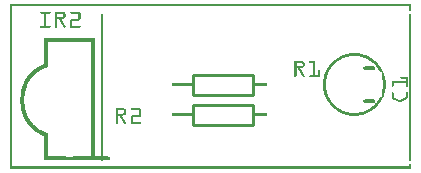
<source format=gto>
G04 MADE WITH FRITZING*
G04 WWW.FRITZING.ORG*
G04 DOUBLE SIDED*
G04 HOLES PLATED*
G04 CONTOUR ON CENTER OF CONTOUR VECTOR*
%ASAXBY*%
%FSLAX23Y23*%
%MOIN*%
%OFA0B0*%
%SFA1.0B1.0*%
%ADD10C,0.010000*%
%ADD11R,0.001000X0.001000*%
%LNSILK1*%
G90*
G70*
G54D10*
X608Y314D02*
X808Y314D01*
D02*
X808Y314D02*
X808Y248D01*
D02*
X808Y248D02*
X608Y248D01*
D02*
X608Y248D02*
X608Y314D01*
D02*
X608Y214D02*
X808Y214D01*
D02*
X808Y214D02*
X808Y148D01*
D02*
X808Y148D02*
X608Y148D01*
D02*
X608Y148D02*
X608Y214D01*
G54D11*
X0Y551D02*
X1337Y551D01*
X0Y550D02*
X1337Y550D01*
X0Y549D02*
X1337Y549D01*
X0Y548D02*
X1337Y548D01*
X0Y547D02*
X1337Y547D01*
X0Y546D02*
X1337Y546D01*
X0Y545D02*
X1337Y545D01*
X0Y544D02*
X1337Y544D01*
X0Y543D02*
X7Y543D01*
X1330Y543D02*
X1337Y543D01*
X0Y542D02*
X7Y542D01*
X1330Y542D02*
X1337Y542D01*
X0Y541D02*
X7Y541D01*
X1330Y541D02*
X1337Y541D01*
X0Y540D02*
X7Y540D01*
X1330Y540D02*
X1337Y540D01*
X0Y539D02*
X7Y539D01*
X1330Y539D02*
X1337Y539D01*
X0Y538D02*
X7Y538D01*
X1330Y538D02*
X1337Y538D01*
X0Y537D02*
X7Y537D01*
X1330Y537D02*
X1337Y537D01*
X0Y536D02*
X7Y536D01*
X1330Y536D02*
X1337Y536D01*
X0Y535D02*
X7Y535D01*
X1330Y535D02*
X1337Y535D01*
X0Y534D02*
X7Y534D01*
X1330Y534D02*
X1337Y534D01*
X0Y533D02*
X7Y533D01*
X1330Y533D02*
X1337Y533D01*
X0Y532D02*
X7Y532D01*
X1330Y532D02*
X1337Y532D01*
X0Y531D02*
X7Y531D01*
X1330Y531D02*
X1337Y531D01*
X0Y530D02*
X7Y530D01*
X1330Y530D02*
X1337Y530D01*
X0Y529D02*
X7Y529D01*
X1330Y529D02*
X1337Y529D01*
X0Y528D02*
X7Y528D01*
X1330Y528D02*
X1337Y528D01*
X0Y527D02*
X7Y527D01*
X1330Y527D02*
X1337Y527D01*
X0Y526D02*
X7Y526D01*
X1330Y526D02*
X1337Y526D01*
X0Y525D02*
X7Y525D01*
X0Y524D02*
X7Y524D01*
X102Y524D02*
X133Y524D01*
X150Y524D02*
X178Y524D01*
X202Y524D02*
X230Y524D01*
X0Y523D02*
X7Y523D01*
X101Y523D02*
X134Y523D01*
X150Y523D02*
X179Y523D01*
X201Y523D02*
X232Y523D01*
X0Y522D02*
X7Y522D01*
X101Y522D02*
X134Y522D01*
X150Y522D02*
X181Y522D01*
X201Y522D02*
X233Y522D01*
X0Y521D02*
X7Y521D01*
X101Y521D02*
X134Y521D01*
X150Y521D02*
X182Y521D01*
X201Y521D02*
X233Y521D01*
X0Y520D02*
X7Y520D01*
X101Y520D02*
X134Y520D01*
X150Y520D02*
X182Y520D01*
X201Y520D02*
X234Y520D01*
X0Y519D02*
X7Y519D01*
X102Y519D02*
X133Y519D01*
X150Y519D02*
X183Y519D01*
X202Y519D02*
X234Y519D01*
X0Y518D02*
X7Y518D01*
X103Y518D02*
X131Y518D01*
X150Y518D02*
X183Y518D01*
X203Y518D02*
X234Y518D01*
X0Y517D02*
X7Y517D01*
X114Y517D02*
X120Y517D01*
X150Y517D02*
X157Y517D01*
X177Y517D02*
X184Y517D01*
X228Y517D02*
X234Y517D01*
X302Y517D02*
X309Y517D01*
X1330Y517D02*
X1337Y517D01*
X0Y516D02*
X7Y516D01*
X114Y516D02*
X120Y516D01*
X150Y516D02*
X157Y516D01*
X178Y516D02*
X184Y516D01*
X228Y516D02*
X234Y516D01*
X302Y516D02*
X309Y516D01*
X1330Y516D02*
X1337Y516D01*
X0Y515D02*
X7Y515D01*
X114Y515D02*
X120Y515D01*
X150Y515D02*
X157Y515D01*
X178Y515D02*
X184Y515D01*
X228Y515D02*
X234Y515D01*
X302Y515D02*
X309Y515D01*
X1330Y515D02*
X1337Y515D01*
X0Y514D02*
X7Y514D01*
X114Y514D02*
X120Y514D01*
X150Y514D02*
X157Y514D01*
X178Y514D02*
X184Y514D01*
X228Y514D02*
X234Y514D01*
X302Y514D02*
X309Y514D01*
X1330Y514D02*
X1337Y514D01*
X0Y513D02*
X7Y513D01*
X114Y513D02*
X120Y513D01*
X150Y513D02*
X157Y513D01*
X178Y513D02*
X184Y513D01*
X228Y513D02*
X234Y513D01*
X302Y513D02*
X309Y513D01*
X1330Y513D02*
X1337Y513D01*
X0Y512D02*
X7Y512D01*
X114Y512D02*
X120Y512D01*
X150Y512D02*
X157Y512D01*
X178Y512D02*
X184Y512D01*
X228Y512D02*
X234Y512D01*
X302Y512D02*
X309Y512D01*
X1330Y512D02*
X1337Y512D01*
X0Y511D02*
X7Y511D01*
X114Y511D02*
X120Y511D01*
X150Y511D02*
X157Y511D01*
X178Y511D02*
X184Y511D01*
X228Y511D02*
X234Y511D01*
X302Y511D02*
X309Y511D01*
X1330Y511D02*
X1337Y511D01*
X0Y510D02*
X7Y510D01*
X114Y510D02*
X120Y510D01*
X150Y510D02*
X157Y510D01*
X178Y510D02*
X184Y510D01*
X228Y510D02*
X234Y510D01*
X302Y510D02*
X309Y510D01*
X1330Y510D02*
X1337Y510D01*
X0Y509D02*
X7Y509D01*
X114Y509D02*
X120Y509D01*
X150Y509D02*
X157Y509D01*
X177Y509D02*
X184Y509D01*
X228Y509D02*
X234Y509D01*
X302Y509D02*
X309Y509D01*
X1330Y509D02*
X1337Y509D01*
X0Y508D02*
X7Y508D01*
X114Y508D02*
X120Y508D01*
X150Y508D02*
X157Y508D01*
X177Y508D02*
X184Y508D01*
X228Y508D02*
X234Y508D01*
X302Y508D02*
X309Y508D01*
X1330Y508D02*
X1337Y508D01*
X0Y507D02*
X7Y507D01*
X114Y507D02*
X120Y507D01*
X150Y507D02*
X183Y507D01*
X228Y507D02*
X234Y507D01*
X302Y507D02*
X309Y507D01*
X1330Y507D02*
X1337Y507D01*
X0Y506D02*
X7Y506D01*
X114Y506D02*
X120Y506D01*
X150Y506D02*
X183Y506D01*
X228Y506D02*
X234Y506D01*
X302Y506D02*
X309Y506D01*
X1330Y506D02*
X1337Y506D01*
X0Y505D02*
X7Y505D01*
X114Y505D02*
X120Y505D01*
X150Y505D02*
X182Y505D01*
X228Y505D02*
X234Y505D01*
X302Y505D02*
X309Y505D01*
X1330Y505D02*
X1337Y505D01*
X0Y504D02*
X7Y504D01*
X114Y504D02*
X120Y504D01*
X150Y504D02*
X181Y504D01*
X228Y504D02*
X234Y504D01*
X302Y504D02*
X309Y504D01*
X1330Y504D02*
X1337Y504D01*
X0Y503D02*
X7Y503D01*
X114Y503D02*
X120Y503D01*
X150Y503D02*
X181Y503D01*
X228Y503D02*
X234Y503D01*
X302Y503D02*
X309Y503D01*
X1330Y503D02*
X1337Y503D01*
X0Y502D02*
X7Y502D01*
X114Y502D02*
X120Y502D01*
X150Y502D02*
X179Y502D01*
X228Y502D02*
X234Y502D01*
X302Y502D02*
X309Y502D01*
X1330Y502D02*
X1337Y502D01*
X0Y501D02*
X7Y501D01*
X114Y501D02*
X120Y501D01*
X150Y501D02*
X177Y501D01*
X206Y501D02*
X234Y501D01*
X302Y501D02*
X309Y501D01*
X1330Y501D02*
X1337Y501D01*
X0Y500D02*
X7Y500D01*
X114Y500D02*
X120Y500D01*
X150Y500D02*
X157Y500D01*
X162Y500D02*
X170Y500D01*
X203Y500D02*
X234Y500D01*
X302Y500D02*
X309Y500D01*
X1330Y500D02*
X1337Y500D01*
X0Y499D02*
X7Y499D01*
X114Y499D02*
X120Y499D01*
X150Y499D02*
X157Y499D01*
X163Y499D02*
X170Y499D01*
X202Y499D02*
X234Y499D01*
X302Y499D02*
X309Y499D01*
X1330Y499D02*
X1337Y499D01*
X0Y498D02*
X7Y498D01*
X114Y498D02*
X120Y498D01*
X150Y498D02*
X157Y498D01*
X164Y498D02*
X171Y498D01*
X202Y498D02*
X233Y498D01*
X302Y498D02*
X309Y498D01*
X1330Y498D02*
X1337Y498D01*
X0Y497D02*
X7Y497D01*
X114Y497D02*
X120Y497D01*
X150Y497D02*
X157Y497D01*
X164Y497D02*
X171Y497D01*
X201Y497D02*
X232Y497D01*
X302Y497D02*
X309Y497D01*
X1330Y497D02*
X1337Y497D01*
X0Y496D02*
X7Y496D01*
X114Y496D02*
X120Y496D01*
X150Y496D02*
X157Y496D01*
X165Y496D02*
X172Y496D01*
X201Y496D02*
X231Y496D01*
X302Y496D02*
X309Y496D01*
X1330Y496D02*
X1337Y496D01*
X0Y495D02*
X7Y495D01*
X114Y495D02*
X120Y495D01*
X150Y495D02*
X157Y495D01*
X165Y495D02*
X173Y495D01*
X201Y495D02*
X230Y495D01*
X302Y495D02*
X309Y495D01*
X1330Y495D02*
X1337Y495D01*
X0Y494D02*
X7Y494D01*
X114Y494D02*
X120Y494D01*
X150Y494D02*
X157Y494D01*
X166Y494D02*
X173Y494D01*
X200Y494D02*
X207Y494D01*
X302Y494D02*
X309Y494D01*
X1330Y494D02*
X1337Y494D01*
X0Y493D02*
X7Y493D01*
X114Y493D02*
X120Y493D01*
X150Y493D02*
X157Y493D01*
X167Y493D02*
X174Y493D01*
X200Y493D02*
X207Y493D01*
X302Y493D02*
X309Y493D01*
X1330Y493D02*
X1337Y493D01*
X0Y492D02*
X7Y492D01*
X114Y492D02*
X120Y492D01*
X150Y492D02*
X157Y492D01*
X167Y492D02*
X174Y492D01*
X200Y492D02*
X207Y492D01*
X302Y492D02*
X309Y492D01*
X1330Y492D02*
X1337Y492D01*
X0Y491D02*
X7Y491D01*
X114Y491D02*
X120Y491D01*
X150Y491D02*
X157Y491D01*
X168Y491D02*
X175Y491D01*
X200Y491D02*
X207Y491D01*
X302Y491D02*
X309Y491D01*
X1330Y491D02*
X1337Y491D01*
X0Y490D02*
X7Y490D01*
X114Y490D02*
X120Y490D01*
X150Y490D02*
X157Y490D01*
X168Y490D02*
X175Y490D01*
X200Y490D02*
X207Y490D01*
X302Y490D02*
X309Y490D01*
X1330Y490D02*
X1337Y490D01*
X0Y489D02*
X7Y489D01*
X114Y489D02*
X120Y489D01*
X150Y489D02*
X157Y489D01*
X169Y489D02*
X176Y489D01*
X200Y489D02*
X207Y489D01*
X302Y489D02*
X309Y489D01*
X1330Y489D02*
X1337Y489D01*
X0Y488D02*
X7Y488D01*
X114Y488D02*
X120Y488D01*
X150Y488D02*
X157Y488D01*
X169Y488D02*
X177Y488D01*
X200Y488D02*
X207Y488D01*
X302Y488D02*
X309Y488D01*
X1330Y488D02*
X1337Y488D01*
X0Y487D02*
X7Y487D01*
X114Y487D02*
X120Y487D01*
X150Y487D02*
X157Y487D01*
X170Y487D02*
X177Y487D01*
X200Y487D02*
X207Y487D01*
X302Y487D02*
X309Y487D01*
X1330Y487D02*
X1337Y487D01*
X0Y486D02*
X7Y486D01*
X114Y486D02*
X120Y486D01*
X150Y486D02*
X157Y486D01*
X171Y486D02*
X178Y486D01*
X200Y486D02*
X207Y486D01*
X302Y486D02*
X309Y486D01*
X1330Y486D02*
X1337Y486D01*
X0Y485D02*
X7Y485D01*
X114Y485D02*
X120Y485D01*
X150Y485D02*
X157Y485D01*
X171Y485D02*
X178Y485D01*
X200Y485D02*
X207Y485D01*
X302Y485D02*
X309Y485D01*
X1330Y485D02*
X1337Y485D01*
X0Y484D02*
X7Y484D01*
X114Y484D02*
X120Y484D01*
X150Y484D02*
X157Y484D01*
X172Y484D02*
X179Y484D01*
X200Y484D02*
X207Y484D01*
X302Y484D02*
X309Y484D01*
X1330Y484D02*
X1337Y484D01*
X0Y483D02*
X7Y483D01*
X114Y483D02*
X120Y483D01*
X150Y483D02*
X157Y483D01*
X172Y483D02*
X180Y483D01*
X200Y483D02*
X207Y483D01*
X302Y483D02*
X309Y483D01*
X1330Y483D02*
X1337Y483D01*
X0Y482D02*
X7Y482D01*
X114Y482D02*
X120Y482D01*
X150Y482D02*
X157Y482D01*
X173Y482D02*
X180Y482D01*
X200Y482D02*
X207Y482D01*
X302Y482D02*
X309Y482D01*
X1330Y482D02*
X1337Y482D01*
X0Y481D02*
X7Y481D01*
X114Y481D02*
X120Y481D01*
X150Y481D02*
X157Y481D01*
X174Y481D02*
X181Y481D01*
X200Y481D02*
X207Y481D01*
X302Y481D02*
X309Y481D01*
X1330Y481D02*
X1337Y481D01*
X0Y480D02*
X7Y480D01*
X114Y480D02*
X120Y480D01*
X150Y480D02*
X157Y480D01*
X174Y480D02*
X181Y480D01*
X200Y480D02*
X207Y480D01*
X302Y480D02*
X309Y480D01*
X1330Y480D02*
X1337Y480D01*
X0Y479D02*
X7Y479D01*
X114Y479D02*
X120Y479D01*
X150Y479D02*
X157Y479D01*
X175Y479D02*
X182Y479D01*
X200Y479D02*
X207Y479D01*
X302Y479D02*
X309Y479D01*
X1330Y479D02*
X1337Y479D01*
X0Y478D02*
X7Y478D01*
X114Y478D02*
X120Y478D01*
X150Y478D02*
X157Y478D01*
X175Y478D02*
X182Y478D01*
X200Y478D02*
X207Y478D01*
X302Y478D02*
X309Y478D01*
X1330Y478D02*
X1337Y478D01*
X0Y477D02*
X7Y477D01*
X102Y477D02*
X133Y477D01*
X150Y477D02*
X157Y477D01*
X176Y477D02*
X183Y477D01*
X200Y477D02*
X233Y477D01*
X302Y477D02*
X309Y477D01*
X1330Y477D02*
X1337Y477D01*
X0Y476D02*
X7Y476D01*
X101Y476D02*
X134Y476D01*
X150Y476D02*
X157Y476D01*
X176Y476D02*
X184Y476D01*
X200Y476D02*
X234Y476D01*
X302Y476D02*
X309Y476D01*
X1330Y476D02*
X1337Y476D01*
X0Y475D02*
X7Y475D01*
X101Y475D02*
X134Y475D01*
X150Y475D02*
X157Y475D01*
X177Y475D02*
X184Y475D01*
X200Y475D02*
X234Y475D01*
X302Y475D02*
X309Y475D01*
X1330Y475D02*
X1337Y475D01*
X0Y474D02*
X7Y474D01*
X101Y474D02*
X134Y474D01*
X151Y474D02*
X156Y474D01*
X178Y474D02*
X184Y474D01*
X200Y474D02*
X234Y474D01*
X302Y474D02*
X309Y474D01*
X1330Y474D02*
X1337Y474D01*
X0Y473D02*
X7Y473D01*
X101Y473D02*
X134Y473D01*
X151Y473D02*
X156Y473D01*
X178Y473D02*
X184Y473D01*
X200Y473D02*
X234Y473D01*
X302Y473D02*
X309Y473D01*
X1330Y473D02*
X1337Y473D01*
X0Y472D02*
X7Y472D01*
X101Y472D02*
X133Y472D01*
X151Y472D02*
X156Y472D01*
X179Y472D02*
X183Y472D01*
X200Y472D02*
X233Y472D01*
X302Y472D02*
X309Y472D01*
X1330Y472D02*
X1337Y472D01*
X0Y471D02*
X7Y471D01*
X103Y471D02*
X132Y471D01*
X153Y471D02*
X154Y471D01*
X180Y471D02*
X182Y471D01*
X201Y471D02*
X232Y471D01*
X302Y471D02*
X309Y471D01*
X1330Y471D02*
X1337Y471D01*
X0Y470D02*
X7Y470D01*
X302Y470D02*
X309Y470D01*
X1330Y470D02*
X1337Y470D01*
X0Y469D02*
X7Y469D01*
X302Y469D02*
X309Y469D01*
X1330Y469D02*
X1337Y469D01*
X0Y468D02*
X7Y468D01*
X302Y468D02*
X309Y468D01*
X1330Y468D02*
X1337Y468D01*
X0Y467D02*
X7Y467D01*
X302Y467D02*
X309Y467D01*
X1330Y467D02*
X1337Y467D01*
X0Y466D02*
X7Y466D01*
X302Y466D02*
X309Y466D01*
X1330Y466D02*
X1337Y466D01*
X0Y465D02*
X7Y465D01*
X302Y465D02*
X309Y465D01*
X1330Y465D02*
X1337Y465D01*
X0Y464D02*
X7Y464D01*
X302Y464D02*
X309Y464D01*
X1330Y464D02*
X1337Y464D01*
X0Y463D02*
X7Y463D01*
X302Y463D02*
X309Y463D01*
X1330Y463D02*
X1337Y463D01*
X0Y462D02*
X7Y462D01*
X302Y462D02*
X309Y462D01*
X1330Y462D02*
X1337Y462D01*
X0Y461D02*
X7Y461D01*
X302Y461D02*
X309Y461D01*
X1330Y461D02*
X1337Y461D01*
X0Y460D02*
X7Y460D01*
X302Y460D02*
X309Y460D01*
X1330Y460D02*
X1337Y460D01*
X0Y459D02*
X7Y459D01*
X302Y459D02*
X309Y459D01*
X1330Y459D02*
X1337Y459D01*
X0Y458D02*
X7Y458D01*
X302Y458D02*
X309Y458D01*
X1330Y458D02*
X1337Y458D01*
X0Y457D02*
X7Y457D01*
X302Y457D02*
X309Y457D01*
X1330Y457D02*
X1337Y457D01*
X0Y456D02*
X7Y456D01*
X302Y456D02*
X309Y456D01*
X1330Y456D02*
X1337Y456D01*
X0Y455D02*
X7Y455D01*
X302Y455D02*
X309Y455D01*
X1330Y455D02*
X1337Y455D01*
X0Y454D02*
X7Y454D01*
X302Y454D02*
X309Y454D01*
X1330Y454D02*
X1337Y454D01*
X0Y453D02*
X7Y453D01*
X302Y453D02*
X309Y453D01*
X1330Y453D02*
X1337Y453D01*
X0Y452D02*
X7Y452D01*
X302Y452D02*
X309Y452D01*
X1330Y452D02*
X1337Y452D01*
X0Y451D02*
X7Y451D01*
X302Y451D02*
X309Y451D01*
X1330Y451D02*
X1337Y451D01*
X0Y450D02*
X7Y450D01*
X302Y450D02*
X309Y450D01*
X1330Y450D02*
X1337Y450D01*
X0Y449D02*
X7Y449D01*
X302Y449D02*
X309Y449D01*
X1330Y449D02*
X1337Y449D01*
X0Y448D02*
X7Y448D01*
X302Y448D02*
X309Y448D01*
X1330Y448D02*
X1337Y448D01*
X0Y447D02*
X7Y447D01*
X302Y447D02*
X309Y447D01*
X1330Y447D02*
X1337Y447D01*
X0Y446D02*
X7Y446D01*
X302Y446D02*
X309Y446D01*
X1330Y446D02*
X1337Y446D01*
X0Y445D02*
X7Y445D01*
X302Y445D02*
X309Y445D01*
X1330Y445D02*
X1337Y445D01*
X0Y444D02*
X7Y444D01*
X302Y444D02*
X309Y444D01*
X1330Y444D02*
X1337Y444D01*
X0Y443D02*
X7Y443D01*
X302Y443D02*
X309Y443D01*
X1330Y443D02*
X1337Y443D01*
X0Y442D02*
X7Y442D01*
X302Y442D02*
X309Y442D01*
X1330Y442D02*
X1337Y442D01*
X0Y441D02*
X7Y441D01*
X302Y441D02*
X309Y441D01*
X1330Y441D02*
X1337Y441D01*
X0Y440D02*
X7Y440D01*
X302Y440D02*
X309Y440D01*
X1330Y440D02*
X1337Y440D01*
X0Y439D02*
X7Y439D01*
X302Y439D02*
X309Y439D01*
X1330Y439D02*
X1337Y439D01*
X0Y438D02*
X7Y438D01*
X302Y438D02*
X309Y438D01*
X1330Y438D02*
X1337Y438D01*
X0Y437D02*
X7Y437D01*
X302Y437D02*
X309Y437D01*
X1330Y437D02*
X1337Y437D01*
X0Y436D02*
X7Y436D01*
X112Y436D02*
X283Y436D01*
X302Y436D02*
X309Y436D01*
X1330Y436D02*
X1337Y436D01*
X0Y435D02*
X7Y435D01*
X112Y435D02*
X283Y435D01*
X302Y435D02*
X309Y435D01*
X1330Y435D02*
X1337Y435D01*
X0Y434D02*
X7Y434D01*
X112Y434D02*
X283Y434D01*
X302Y434D02*
X309Y434D01*
X1330Y434D02*
X1337Y434D01*
X0Y433D02*
X7Y433D01*
X112Y433D02*
X283Y433D01*
X302Y433D02*
X309Y433D01*
X1330Y433D02*
X1337Y433D01*
X0Y432D02*
X7Y432D01*
X112Y432D02*
X283Y432D01*
X302Y432D02*
X309Y432D01*
X1330Y432D02*
X1337Y432D01*
X0Y431D02*
X7Y431D01*
X112Y431D02*
X283Y431D01*
X302Y431D02*
X309Y431D01*
X1330Y431D02*
X1337Y431D01*
X0Y430D02*
X7Y430D01*
X112Y430D02*
X283Y430D01*
X302Y430D02*
X309Y430D01*
X1330Y430D02*
X1337Y430D01*
X0Y429D02*
X7Y429D01*
X112Y429D02*
X283Y429D01*
X302Y429D02*
X309Y429D01*
X1330Y429D02*
X1337Y429D01*
X0Y428D02*
X7Y428D01*
X112Y428D02*
X283Y428D01*
X302Y428D02*
X309Y428D01*
X1330Y428D02*
X1337Y428D01*
X0Y427D02*
X7Y427D01*
X112Y427D02*
X283Y427D01*
X302Y427D02*
X309Y427D01*
X1330Y427D02*
X1337Y427D01*
X0Y426D02*
X7Y426D01*
X112Y426D02*
X283Y426D01*
X302Y426D02*
X309Y426D01*
X1330Y426D02*
X1337Y426D01*
X0Y425D02*
X7Y425D01*
X112Y425D02*
X283Y425D01*
X302Y425D02*
X309Y425D01*
X1330Y425D02*
X1337Y425D01*
X0Y424D02*
X7Y424D01*
X112Y424D02*
X283Y424D01*
X302Y424D02*
X309Y424D01*
X1330Y424D02*
X1337Y424D01*
X0Y423D02*
X7Y423D01*
X112Y423D02*
X126Y423D01*
X269Y423D02*
X283Y423D01*
X302Y423D02*
X309Y423D01*
X1330Y423D02*
X1337Y423D01*
X0Y422D02*
X7Y422D01*
X112Y422D02*
X125Y422D01*
X270Y422D02*
X283Y422D01*
X302Y422D02*
X309Y422D01*
X1330Y422D02*
X1337Y422D01*
X0Y421D02*
X7Y421D01*
X112Y421D02*
X125Y421D01*
X270Y421D02*
X283Y421D01*
X302Y421D02*
X309Y421D01*
X1330Y421D02*
X1337Y421D01*
X0Y420D02*
X7Y420D01*
X112Y420D02*
X125Y420D01*
X270Y420D02*
X283Y420D01*
X302Y420D02*
X309Y420D01*
X1330Y420D02*
X1337Y420D01*
X0Y419D02*
X7Y419D01*
X112Y419D02*
X125Y419D01*
X270Y419D02*
X283Y419D01*
X302Y419D02*
X309Y419D01*
X1330Y419D02*
X1337Y419D01*
X0Y418D02*
X7Y418D01*
X112Y418D02*
X125Y418D01*
X270Y418D02*
X283Y418D01*
X302Y418D02*
X309Y418D01*
X1330Y418D02*
X1337Y418D01*
X0Y417D02*
X7Y417D01*
X112Y417D02*
X125Y417D01*
X270Y417D02*
X283Y417D01*
X302Y417D02*
X309Y417D01*
X1330Y417D02*
X1337Y417D01*
X0Y416D02*
X7Y416D01*
X112Y416D02*
X125Y416D01*
X270Y416D02*
X283Y416D01*
X302Y416D02*
X309Y416D01*
X1330Y416D02*
X1337Y416D01*
X0Y415D02*
X7Y415D01*
X112Y415D02*
X125Y415D01*
X270Y415D02*
X283Y415D01*
X302Y415D02*
X309Y415D01*
X1330Y415D02*
X1337Y415D01*
X0Y414D02*
X7Y414D01*
X112Y414D02*
X125Y414D01*
X270Y414D02*
X283Y414D01*
X302Y414D02*
X309Y414D01*
X1330Y414D02*
X1337Y414D01*
X0Y413D02*
X7Y413D01*
X112Y413D02*
X125Y413D01*
X270Y413D02*
X283Y413D01*
X302Y413D02*
X309Y413D01*
X1330Y413D02*
X1337Y413D01*
X0Y412D02*
X7Y412D01*
X112Y412D02*
X125Y412D01*
X270Y412D02*
X283Y412D01*
X302Y412D02*
X309Y412D01*
X1330Y412D02*
X1337Y412D01*
X0Y411D02*
X7Y411D01*
X112Y411D02*
X125Y411D01*
X270Y411D02*
X283Y411D01*
X302Y411D02*
X309Y411D01*
X1330Y411D02*
X1337Y411D01*
X0Y410D02*
X7Y410D01*
X112Y410D02*
X125Y410D01*
X270Y410D02*
X283Y410D01*
X302Y410D02*
X309Y410D01*
X1330Y410D02*
X1337Y410D01*
X0Y409D02*
X7Y409D01*
X112Y409D02*
X125Y409D01*
X270Y409D02*
X283Y409D01*
X302Y409D02*
X309Y409D01*
X1330Y409D02*
X1337Y409D01*
X0Y408D02*
X7Y408D01*
X112Y408D02*
X125Y408D01*
X270Y408D02*
X283Y408D01*
X302Y408D02*
X309Y408D01*
X1330Y408D02*
X1337Y408D01*
X0Y407D02*
X7Y407D01*
X112Y407D02*
X125Y407D01*
X270Y407D02*
X283Y407D01*
X302Y407D02*
X309Y407D01*
X1330Y407D02*
X1337Y407D01*
X0Y406D02*
X7Y406D01*
X112Y406D02*
X125Y406D01*
X270Y406D02*
X283Y406D01*
X302Y406D02*
X309Y406D01*
X1330Y406D02*
X1337Y406D01*
X0Y405D02*
X7Y405D01*
X112Y405D02*
X125Y405D01*
X270Y405D02*
X283Y405D01*
X302Y405D02*
X309Y405D01*
X1330Y405D02*
X1337Y405D01*
X0Y404D02*
X7Y404D01*
X112Y404D02*
X125Y404D01*
X270Y404D02*
X283Y404D01*
X302Y404D02*
X309Y404D01*
X1330Y404D02*
X1337Y404D01*
X0Y403D02*
X7Y403D01*
X112Y403D02*
X125Y403D01*
X270Y403D02*
X283Y403D01*
X302Y403D02*
X309Y403D01*
X1330Y403D02*
X1337Y403D01*
X0Y402D02*
X7Y402D01*
X112Y402D02*
X125Y402D01*
X270Y402D02*
X283Y402D01*
X302Y402D02*
X309Y402D01*
X1330Y402D02*
X1337Y402D01*
X0Y401D02*
X7Y401D01*
X112Y401D02*
X125Y401D01*
X270Y401D02*
X283Y401D01*
X302Y401D02*
X309Y401D01*
X1330Y401D02*
X1337Y401D01*
X0Y400D02*
X7Y400D01*
X112Y400D02*
X125Y400D01*
X270Y400D02*
X283Y400D01*
X302Y400D02*
X309Y400D01*
X1330Y400D02*
X1337Y400D01*
X0Y399D02*
X7Y399D01*
X112Y399D02*
X125Y399D01*
X270Y399D02*
X283Y399D01*
X302Y399D02*
X309Y399D01*
X1330Y399D02*
X1337Y399D01*
X0Y398D02*
X7Y398D01*
X112Y398D02*
X125Y398D01*
X270Y398D02*
X283Y398D01*
X302Y398D02*
X309Y398D01*
X1330Y398D02*
X1337Y398D01*
X0Y397D02*
X7Y397D01*
X112Y397D02*
X125Y397D01*
X270Y397D02*
X283Y397D01*
X302Y397D02*
X309Y397D01*
X1330Y397D02*
X1337Y397D01*
X0Y396D02*
X7Y396D01*
X112Y396D02*
X125Y396D01*
X270Y396D02*
X283Y396D01*
X302Y396D02*
X309Y396D01*
X1330Y396D02*
X1337Y396D01*
X0Y395D02*
X7Y395D01*
X112Y395D02*
X125Y395D01*
X270Y395D02*
X283Y395D01*
X302Y395D02*
X309Y395D01*
X1330Y395D02*
X1337Y395D01*
X0Y394D02*
X7Y394D01*
X112Y394D02*
X125Y394D01*
X270Y394D02*
X283Y394D01*
X302Y394D02*
X309Y394D01*
X1330Y394D02*
X1337Y394D01*
X0Y393D02*
X7Y393D01*
X112Y393D02*
X125Y393D01*
X270Y393D02*
X283Y393D01*
X302Y393D02*
X309Y393D01*
X1330Y393D02*
X1337Y393D01*
X0Y392D02*
X7Y392D01*
X112Y392D02*
X125Y392D01*
X270Y392D02*
X283Y392D01*
X302Y392D02*
X309Y392D01*
X1330Y392D02*
X1337Y392D01*
X0Y391D02*
X7Y391D01*
X112Y391D02*
X125Y391D01*
X270Y391D02*
X283Y391D01*
X302Y391D02*
X309Y391D01*
X1330Y391D02*
X1337Y391D01*
X0Y390D02*
X7Y390D01*
X112Y390D02*
X125Y390D01*
X270Y390D02*
X283Y390D01*
X302Y390D02*
X309Y390D01*
X1330Y390D02*
X1337Y390D01*
X0Y389D02*
X7Y389D01*
X112Y389D02*
X125Y389D01*
X270Y389D02*
X283Y389D01*
X302Y389D02*
X309Y389D01*
X1330Y389D02*
X1337Y389D01*
X0Y388D02*
X7Y388D01*
X112Y388D02*
X125Y388D01*
X270Y388D02*
X283Y388D01*
X302Y388D02*
X309Y388D01*
X1330Y388D02*
X1337Y388D01*
X0Y387D02*
X7Y387D01*
X112Y387D02*
X125Y387D01*
X270Y387D02*
X283Y387D01*
X302Y387D02*
X309Y387D01*
X1330Y387D02*
X1337Y387D01*
X0Y386D02*
X7Y386D01*
X112Y386D02*
X125Y386D01*
X270Y386D02*
X283Y386D01*
X302Y386D02*
X309Y386D01*
X1137Y386D02*
X1157Y386D01*
X1330Y386D02*
X1337Y386D01*
X0Y385D02*
X7Y385D01*
X112Y385D02*
X125Y385D01*
X270Y385D02*
X283Y385D01*
X302Y385D02*
X309Y385D01*
X1130Y385D02*
X1164Y385D01*
X1330Y385D02*
X1337Y385D01*
X0Y384D02*
X7Y384D01*
X112Y384D02*
X125Y384D01*
X270Y384D02*
X283Y384D01*
X302Y384D02*
X309Y384D01*
X1125Y384D02*
X1169Y384D01*
X1330Y384D02*
X1337Y384D01*
X0Y383D02*
X7Y383D01*
X112Y383D02*
X125Y383D01*
X270Y383D02*
X283Y383D01*
X302Y383D02*
X309Y383D01*
X1121Y383D02*
X1173Y383D01*
X1330Y383D02*
X1337Y383D01*
X0Y382D02*
X7Y382D01*
X112Y382D02*
X125Y382D01*
X270Y382D02*
X283Y382D01*
X302Y382D02*
X309Y382D01*
X1117Y382D02*
X1177Y382D01*
X1330Y382D02*
X1337Y382D01*
X0Y381D02*
X7Y381D01*
X112Y381D02*
X125Y381D01*
X270Y381D02*
X283Y381D01*
X302Y381D02*
X309Y381D01*
X1114Y381D02*
X1180Y381D01*
X1330Y381D02*
X1337Y381D01*
X0Y380D02*
X7Y380D01*
X112Y380D02*
X125Y380D01*
X270Y380D02*
X283Y380D01*
X302Y380D02*
X309Y380D01*
X1111Y380D02*
X1183Y380D01*
X1330Y380D02*
X1337Y380D01*
X0Y379D02*
X7Y379D01*
X112Y379D02*
X125Y379D01*
X270Y379D02*
X283Y379D01*
X302Y379D02*
X309Y379D01*
X1109Y379D02*
X1185Y379D01*
X1330Y379D02*
X1337Y379D01*
X0Y378D02*
X7Y378D01*
X112Y378D02*
X125Y378D01*
X270Y378D02*
X283Y378D01*
X302Y378D02*
X309Y378D01*
X1107Y378D02*
X1188Y378D01*
X1330Y378D02*
X1337Y378D01*
X0Y377D02*
X7Y377D01*
X112Y377D02*
X125Y377D01*
X270Y377D02*
X283Y377D01*
X302Y377D02*
X309Y377D01*
X1104Y377D02*
X1190Y377D01*
X1330Y377D02*
X1337Y377D01*
X0Y376D02*
X7Y376D01*
X112Y376D02*
X125Y376D01*
X270Y376D02*
X283Y376D01*
X302Y376D02*
X309Y376D01*
X1102Y376D02*
X1136Y376D01*
X1158Y376D02*
X1192Y376D01*
X1330Y376D02*
X1337Y376D01*
X0Y375D02*
X7Y375D01*
X112Y375D02*
X125Y375D01*
X270Y375D02*
X283Y375D01*
X302Y375D02*
X309Y375D01*
X1100Y375D02*
X1129Y375D01*
X1165Y375D02*
X1194Y375D01*
X1330Y375D02*
X1337Y375D01*
X0Y374D02*
X7Y374D01*
X112Y374D02*
X125Y374D01*
X270Y374D02*
X283Y374D01*
X302Y374D02*
X309Y374D01*
X1098Y374D02*
X1124Y374D01*
X1170Y374D02*
X1196Y374D01*
X1330Y374D02*
X1337Y374D01*
X0Y373D02*
X7Y373D01*
X112Y373D02*
X125Y373D01*
X270Y373D02*
X283Y373D01*
X302Y373D02*
X309Y373D01*
X1097Y373D02*
X1120Y373D01*
X1174Y373D02*
X1197Y373D01*
X1330Y373D02*
X1337Y373D01*
X0Y372D02*
X7Y372D01*
X112Y372D02*
X125Y372D01*
X270Y372D02*
X283Y372D01*
X302Y372D02*
X309Y372D01*
X1095Y372D02*
X1117Y372D01*
X1177Y372D02*
X1199Y372D01*
X1330Y372D02*
X1337Y372D01*
X0Y371D02*
X7Y371D01*
X112Y371D02*
X125Y371D01*
X270Y371D02*
X283Y371D01*
X302Y371D02*
X309Y371D01*
X1093Y371D02*
X1114Y371D01*
X1180Y371D02*
X1201Y371D01*
X1330Y371D02*
X1337Y371D01*
X0Y370D02*
X7Y370D01*
X112Y370D02*
X125Y370D01*
X270Y370D02*
X283Y370D01*
X302Y370D02*
X309Y370D01*
X1092Y370D02*
X1111Y370D01*
X1183Y370D02*
X1202Y370D01*
X1330Y370D02*
X1337Y370D01*
X0Y369D02*
X7Y369D01*
X112Y369D02*
X125Y369D01*
X270Y369D02*
X283Y369D01*
X302Y369D02*
X309Y369D01*
X1090Y369D02*
X1109Y369D01*
X1185Y369D02*
X1204Y369D01*
X1330Y369D02*
X1337Y369D01*
X0Y368D02*
X7Y368D01*
X112Y368D02*
X125Y368D01*
X270Y368D02*
X283Y368D01*
X302Y368D02*
X309Y368D01*
X1089Y368D02*
X1107Y368D01*
X1187Y368D02*
X1206Y368D01*
X1330Y368D02*
X1337Y368D01*
X0Y367D02*
X7Y367D01*
X112Y367D02*
X125Y367D01*
X270Y367D02*
X283Y367D01*
X302Y367D02*
X309Y367D01*
X1087Y367D02*
X1105Y367D01*
X1189Y367D02*
X1207Y367D01*
X1330Y367D02*
X1337Y367D01*
X0Y366D02*
X7Y366D01*
X112Y366D02*
X125Y366D01*
X270Y366D02*
X283Y366D01*
X302Y366D02*
X309Y366D01*
X1086Y366D02*
X1103Y366D01*
X1191Y366D02*
X1208Y366D01*
X1330Y366D02*
X1337Y366D01*
X0Y365D02*
X7Y365D01*
X112Y365D02*
X125Y365D01*
X270Y365D02*
X283Y365D01*
X302Y365D02*
X309Y365D01*
X1085Y365D02*
X1101Y365D01*
X1193Y365D02*
X1210Y365D01*
X1330Y365D02*
X1337Y365D01*
X0Y364D02*
X7Y364D01*
X112Y364D02*
X125Y364D01*
X270Y364D02*
X283Y364D01*
X302Y364D02*
X309Y364D01*
X1083Y364D02*
X1099Y364D01*
X1195Y364D02*
X1211Y364D01*
X1330Y364D02*
X1337Y364D01*
X0Y363D02*
X7Y363D01*
X112Y363D02*
X125Y363D01*
X270Y363D02*
X283Y363D01*
X302Y363D02*
X309Y363D01*
X1082Y363D02*
X1097Y363D01*
X1197Y363D02*
X1212Y363D01*
X1330Y363D02*
X1337Y363D01*
X0Y362D02*
X7Y362D01*
X112Y362D02*
X125Y362D01*
X270Y362D02*
X283Y362D01*
X302Y362D02*
X309Y362D01*
X1081Y362D02*
X1096Y362D01*
X1198Y362D02*
X1213Y362D01*
X1330Y362D02*
X1337Y362D01*
X0Y361D02*
X7Y361D01*
X112Y361D02*
X125Y361D01*
X270Y361D02*
X283Y361D01*
X302Y361D02*
X309Y361D01*
X1080Y361D02*
X1094Y361D01*
X1200Y361D02*
X1215Y361D01*
X1330Y361D02*
X1337Y361D01*
X0Y360D02*
X7Y360D01*
X112Y360D02*
X125Y360D01*
X270Y360D02*
X283Y360D01*
X302Y360D02*
X309Y360D01*
X948Y360D02*
X972Y360D01*
X1000Y360D02*
X1017Y360D01*
X1078Y360D02*
X1092Y360D01*
X1202Y360D02*
X1216Y360D01*
X1330Y360D02*
X1337Y360D01*
X0Y359D02*
X7Y359D01*
X112Y359D02*
X125Y359D01*
X270Y359D02*
X283Y359D01*
X302Y359D02*
X309Y359D01*
X948Y359D02*
X975Y359D01*
X999Y359D02*
X1017Y359D01*
X1077Y359D02*
X1091Y359D01*
X1203Y359D02*
X1217Y359D01*
X1330Y359D02*
X1337Y359D01*
X0Y358D02*
X7Y358D01*
X112Y358D02*
X125Y358D01*
X270Y358D02*
X283Y358D01*
X302Y358D02*
X309Y358D01*
X948Y358D02*
X977Y358D01*
X998Y358D02*
X1017Y358D01*
X1076Y358D02*
X1090Y358D01*
X1204Y358D02*
X1218Y358D01*
X1330Y358D02*
X1337Y358D01*
X0Y357D02*
X7Y357D01*
X112Y357D02*
X125Y357D01*
X270Y357D02*
X283Y357D01*
X302Y357D02*
X309Y357D01*
X948Y357D02*
X978Y357D01*
X998Y357D02*
X1017Y357D01*
X1075Y357D02*
X1088Y357D01*
X1206Y357D02*
X1219Y357D01*
X1330Y357D02*
X1337Y357D01*
X0Y356D02*
X7Y356D01*
X112Y356D02*
X125Y356D01*
X270Y356D02*
X283Y356D01*
X302Y356D02*
X309Y356D01*
X948Y356D02*
X979Y356D01*
X998Y356D02*
X1017Y356D01*
X1074Y356D02*
X1087Y356D01*
X1207Y356D02*
X1220Y356D01*
X1330Y356D02*
X1337Y356D01*
X0Y355D02*
X7Y355D01*
X112Y355D02*
X125Y355D01*
X270Y355D02*
X283Y355D01*
X302Y355D02*
X309Y355D01*
X948Y355D02*
X980Y355D01*
X998Y355D02*
X1017Y355D01*
X1073Y355D02*
X1086Y355D01*
X1208Y355D02*
X1221Y355D01*
X1330Y355D02*
X1337Y355D01*
X0Y354D02*
X7Y354D01*
X112Y354D02*
X125Y354D01*
X270Y354D02*
X283Y354D01*
X302Y354D02*
X309Y354D01*
X948Y354D02*
X980Y354D01*
X999Y354D02*
X1017Y354D01*
X1072Y354D02*
X1085Y354D01*
X1209Y354D02*
X1222Y354D01*
X1330Y354D02*
X1337Y354D01*
X0Y353D02*
X7Y353D01*
X112Y353D02*
X125Y353D01*
X270Y353D02*
X283Y353D01*
X302Y353D02*
X309Y353D01*
X948Y353D02*
X954Y353D01*
X972Y353D02*
X981Y353D01*
X1011Y353D02*
X1017Y353D01*
X1071Y353D02*
X1084Y353D01*
X1211Y353D02*
X1223Y353D01*
X1330Y353D02*
X1337Y353D01*
X0Y352D02*
X7Y352D01*
X112Y352D02*
X125Y352D01*
X270Y352D02*
X283Y352D01*
X302Y352D02*
X309Y352D01*
X948Y352D02*
X954Y352D01*
X974Y352D02*
X981Y352D01*
X1011Y352D02*
X1017Y352D01*
X1070Y352D02*
X1082Y352D01*
X1212Y352D02*
X1224Y352D01*
X1330Y352D02*
X1337Y352D01*
X0Y351D02*
X7Y351D01*
X112Y351D02*
X125Y351D01*
X270Y351D02*
X283Y351D01*
X302Y351D02*
X309Y351D01*
X948Y351D02*
X954Y351D01*
X975Y351D02*
X981Y351D01*
X1011Y351D02*
X1017Y351D01*
X1069Y351D02*
X1081Y351D01*
X1213Y351D02*
X1225Y351D01*
X1330Y351D02*
X1337Y351D01*
X0Y350D02*
X7Y350D01*
X112Y350D02*
X125Y350D01*
X270Y350D02*
X283Y350D01*
X302Y350D02*
X309Y350D01*
X948Y350D02*
X954Y350D01*
X975Y350D02*
X981Y350D01*
X1011Y350D02*
X1017Y350D01*
X1069Y350D02*
X1080Y350D01*
X1214Y350D02*
X1226Y350D01*
X1330Y350D02*
X1337Y350D01*
X0Y349D02*
X7Y349D01*
X112Y349D02*
X125Y349D01*
X270Y349D02*
X283Y349D01*
X302Y349D02*
X309Y349D01*
X948Y349D02*
X954Y349D01*
X975Y349D02*
X981Y349D01*
X1011Y349D02*
X1017Y349D01*
X1068Y349D02*
X1079Y349D01*
X1215Y349D02*
X1226Y349D01*
X1330Y349D02*
X1337Y349D01*
X0Y348D02*
X7Y348D01*
X110Y348D02*
X125Y348D01*
X270Y348D02*
X283Y348D01*
X302Y348D02*
X309Y348D01*
X948Y348D02*
X954Y348D01*
X975Y348D02*
X981Y348D01*
X1011Y348D02*
X1017Y348D01*
X1067Y348D02*
X1078Y348D01*
X1216Y348D02*
X1227Y348D01*
X1330Y348D02*
X1337Y348D01*
X0Y347D02*
X7Y347D01*
X107Y347D02*
X125Y347D01*
X270Y347D02*
X283Y347D01*
X302Y347D02*
X309Y347D01*
X948Y347D02*
X954Y347D01*
X975Y347D02*
X981Y347D01*
X1011Y347D02*
X1017Y347D01*
X1066Y347D02*
X1077Y347D01*
X1217Y347D02*
X1228Y347D01*
X1330Y347D02*
X1337Y347D01*
X0Y346D02*
X7Y346D01*
X105Y346D02*
X125Y346D01*
X270Y346D02*
X283Y346D01*
X302Y346D02*
X309Y346D01*
X948Y346D02*
X954Y346D01*
X975Y346D02*
X981Y346D01*
X1011Y346D02*
X1017Y346D01*
X1065Y346D02*
X1076Y346D01*
X1218Y346D02*
X1229Y346D01*
X1330Y346D02*
X1337Y346D01*
X0Y345D02*
X7Y345D01*
X103Y345D02*
X125Y345D01*
X270Y345D02*
X283Y345D01*
X302Y345D02*
X309Y345D01*
X948Y345D02*
X954Y345D01*
X975Y345D02*
X981Y345D01*
X1011Y345D02*
X1017Y345D01*
X1064Y345D02*
X1075Y345D01*
X1219Y345D02*
X1230Y345D01*
X1330Y345D02*
X1337Y345D01*
X0Y344D02*
X7Y344D01*
X101Y344D02*
X125Y344D01*
X270Y344D02*
X283Y344D01*
X302Y344D02*
X309Y344D01*
X948Y344D02*
X954Y344D01*
X974Y344D02*
X981Y344D01*
X1011Y344D02*
X1017Y344D01*
X1064Y344D02*
X1075Y344D01*
X1219Y344D02*
X1230Y344D01*
X1330Y344D02*
X1337Y344D01*
X0Y343D02*
X7Y343D01*
X99Y343D02*
X125Y343D01*
X270Y343D02*
X283Y343D01*
X302Y343D02*
X309Y343D01*
X948Y343D02*
X954Y343D01*
X973Y343D02*
X981Y343D01*
X1011Y343D02*
X1017Y343D01*
X1063Y343D02*
X1074Y343D01*
X1220Y343D02*
X1231Y343D01*
X1330Y343D02*
X1337Y343D01*
X0Y342D02*
X7Y342D01*
X97Y342D02*
X125Y342D01*
X270Y342D02*
X283Y342D01*
X302Y342D02*
X309Y342D01*
X948Y342D02*
X980Y342D01*
X1011Y342D02*
X1017Y342D01*
X1062Y342D02*
X1073Y342D01*
X1182Y342D02*
X1212Y342D01*
X1221Y342D02*
X1232Y342D01*
X1330Y342D02*
X1337Y342D01*
X0Y341D02*
X7Y341D01*
X95Y341D02*
X125Y341D01*
X270Y341D02*
X283Y341D01*
X302Y341D02*
X309Y341D01*
X948Y341D02*
X980Y341D01*
X1011Y341D02*
X1017Y341D01*
X1061Y341D02*
X1072Y341D01*
X1179Y341D02*
X1215Y341D01*
X1222Y341D02*
X1233Y341D01*
X1330Y341D02*
X1337Y341D01*
X0Y340D02*
X7Y340D01*
X93Y340D02*
X125Y340D01*
X270Y340D02*
X283Y340D01*
X302Y340D02*
X309Y340D01*
X948Y340D02*
X979Y340D01*
X1011Y340D02*
X1017Y340D01*
X1061Y340D02*
X1071Y340D01*
X1178Y340D02*
X1216Y340D01*
X1223Y340D02*
X1233Y340D01*
X1330Y340D02*
X1337Y340D01*
X0Y339D02*
X7Y339D01*
X92Y339D02*
X125Y339D01*
X270Y339D02*
X283Y339D01*
X302Y339D02*
X309Y339D01*
X948Y339D02*
X978Y339D01*
X1011Y339D02*
X1017Y339D01*
X1060Y339D02*
X1071Y339D01*
X1178Y339D02*
X1216Y339D01*
X1223Y339D02*
X1234Y339D01*
X1330Y339D02*
X1337Y339D01*
X0Y338D02*
X7Y338D01*
X90Y338D02*
X122Y338D01*
X270Y338D02*
X283Y338D01*
X302Y338D02*
X309Y338D01*
X948Y338D02*
X977Y338D01*
X1011Y338D02*
X1017Y338D01*
X1059Y338D02*
X1070Y338D01*
X1177Y338D02*
X1217Y338D01*
X1224Y338D02*
X1235Y338D01*
X1330Y338D02*
X1337Y338D01*
X0Y337D02*
X7Y337D01*
X88Y337D02*
X119Y337D01*
X270Y337D02*
X283Y337D01*
X302Y337D02*
X309Y337D01*
X948Y337D02*
X976Y337D01*
X1011Y337D02*
X1017Y337D01*
X1059Y337D02*
X1069Y337D01*
X1177Y337D02*
X1217Y337D01*
X1225Y337D02*
X1235Y337D01*
X1330Y337D02*
X1337Y337D01*
X0Y336D02*
X7Y336D01*
X87Y336D02*
X116Y336D01*
X270Y336D02*
X283Y336D01*
X302Y336D02*
X309Y336D01*
X948Y336D02*
X974Y336D01*
X1011Y336D02*
X1017Y336D01*
X1058Y336D02*
X1068Y336D01*
X1177Y336D02*
X1217Y336D01*
X1226Y336D02*
X1236Y336D01*
X1330Y336D02*
X1337Y336D01*
X0Y335D02*
X7Y335D01*
X85Y335D02*
X113Y335D01*
X270Y335D02*
X283Y335D01*
X302Y335D02*
X309Y335D01*
X948Y335D02*
X954Y335D01*
X960Y335D02*
X967Y335D01*
X1011Y335D02*
X1017Y335D01*
X1058Y335D02*
X1068Y335D01*
X1177Y335D02*
X1217Y335D01*
X1226Y335D02*
X1236Y335D01*
X1330Y335D02*
X1337Y335D01*
X0Y334D02*
X7Y334D01*
X84Y334D02*
X111Y334D01*
X270Y334D02*
X283Y334D01*
X302Y334D02*
X309Y334D01*
X948Y334D02*
X954Y334D01*
X960Y334D02*
X968Y334D01*
X1011Y334D02*
X1017Y334D01*
X1057Y334D02*
X1067Y334D01*
X1178Y334D02*
X1216Y334D01*
X1227Y334D02*
X1237Y334D01*
X1330Y334D02*
X1337Y334D01*
X0Y333D02*
X7Y333D01*
X83Y333D02*
X108Y333D01*
X270Y333D02*
X283Y333D01*
X302Y333D02*
X309Y333D01*
X948Y333D02*
X954Y333D01*
X961Y333D02*
X968Y333D01*
X1011Y333D02*
X1017Y333D01*
X1056Y333D02*
X1066Y333D01*
X1178Y333D02*
X1216Y333D01*
X1228Y333D02*
X1238Y333D01*
X1330Y333D02*
X1337Y333D01*
X0Y332D02*
X7Y332D01*
X81Y332D02*
X106Y332D01*
X270Y332D02*
X283Y332D01*
X302Y332D02*
X309Y332D01*
X948Y332D02*
X954Y332D01*
X961Y332D02*
X969Y332D01*
X1011Y332D02*
X1017Y332D01*
X1056Y332D02*
X1066Y332D01*
X1180Y332D02*
X1214Y332D01*
X1228Y332D02*
X1238Y332D01*
X1330Y332D02*
X1337Y332D01*
X0Y331D02*
X7Y331D01*
X80Y331D02*
X104Y331D01*
X270Y331D02*
X283Y331D01*
X302Y331D02*
X309Y331D01*
X948Y331D02*
X954Y331D01*
X962Y331D02*
X969Y331D01*
X1011Y331D02*
X1017Y331D01*
X1055Y331D02*
X1065Y331D01*
X1229Y331D02*
X1239Y331D01*
X1330Y331D02*
X1337Y331D01*
X0Y330D02*
X7Y330D01*
X79Y330D02*
X102Y330D01*
X270Y330D02*
X283Y330D01*
X302Y330D02*
X309Y330D01*
X948Y330D02*
X954Y330D01*
X963Y330D02*
X970Y330D01*
X1011Y330D02*
X1017Y330D01*
X1027Y330D02*
X1030Y330D01*
X1055Y330D02*
X1065Y330D01*
X1229Y330D02*
X1239Y330D01*
X1330Y330D02*
X1337Y330D01*
X0Y329D02*
X7Y329D01*
X78Y329D02*
X101Y329D01*
X270Y329D02*
X283Y329D01*
X302Y329D02*
X309Y329D01*
X948Y329D02*
X954Y329D01*
X963Y329D02*
X970Y329D01*
X1011Y329D02*
X1017Y329D01*
X1026Y329D02*
X1031Y329D01*
X1054Y329D02*
X1064Y329D01*
X1230Y329D02*
X1240Y329D01*
X1330Y329D02*
X1337Y329D01*
X0Y328D02*
X7Y328D01*
X76Y328D02*
X99Y328D01*
X270Y328D02*
X283Y328D01*
X302Y328D02*
X309Y328D01*
X948Y328D02*
X954Y328D01*
X964Y328D02*
X971Y328D01*
X1011Y328D02*
X1017Y328D01*
X1025Y328D02*
X1031Y328D01*
X1054Y328D02*
X1063Y328D01*
X1231Y328D02*
X1240Y328D01*
X1330Y328D02*
X1337Y328D01*
X0Y327D02*
X7Y327D01*
X75Y327D02*
X97Y327D01*
X270Y327D02*
X283Y327D01*
X302Y327D02*
X309Y327D01*
X948Y327D02*
X954Y327D01*
X964Y327D02*
X972Y327D01*
X1011Y327D02*
X1017Y327D01*
X1025Y327D02*
X1031Y327D01*
X1053Y327D02*
X1063Y327D01*
X1231Y327D02*
X1241Y327D01*
X1330Y327D02*
X1337Y327D01*
X0Y326D02*
X7Y326D01*
X74Y326D02*
X96Y326D01*
X270Y326D02*
X283Y326D01*
X302Y326D02*
X309Y326D01*
X948Y326D02*
X954Y326D01*
X965Y326D02*
X972Y326D01*
X1011Y326D02*
X1017Y326D01*
X1025Y326D02*
X1031Y326D01*
X1053Y326D02*
X1062Y326D01*
X1232Y326D02*
X1241Y326D01*
X1330Y326D02*
X1337Y326D01*
X0Y325D02*
X7Y325D01*
X73Y325D02*
X94Y325D01*
X270Y325D02*
X283Y325D01*
X302Y325D02*
X309Y325D01*
X948Y325D02*
X954Y325D01*
X966Y325D02*
X973Y325D01*
X1011Y325D02*
X1017Y325D01*
X1025Y325D02*
X1031Y325D01*
X1052Y325D02*
X1062Y325D01*
X1232Y325D02*
X1242Y325D01*
X1330Y325D02*
X1337Y325D01*
X0Y324D02*
X7Y324D01*
X72Y324D02*
X93Y324D01*
X270Y324D02*
X283Y324D01*
X302Y324D02*
X309Y324D01*
X948Y324D02*
X954Y324D01*
X966Y324D02*
X973Y324D01*
X1011Y324D02*
X1017Y324D01*
X1025Y324D02*
X1031Y324D01*
X1052Y324D02*
X1061Y324D01*
X1240Y324D02*
X1242Y324D01*
X1330Y324D02*
X1337Y324D01*
X0Y323D02*
X7Y323D01*
X71Y323D02*
X91Y323D01*
X270Y323D02*
X283Y323D01*
X302Y323D02*
X309Y323D01*
X948Y323D02*
X954Y323D01*
X967Y323D02*
X974Y323D01*
X1011Y323D02*
X1017Y323D01*
X1025Y323D02*
X1031Y323D01*
X1051Y323D02*
X1061Y323D01*
X1240Y323D02*
X1243Y323D01*
X1330Y323D02*
X1337Y323D01*
X0Y322D02*
X7Y322D01*
X70Y322D02*
X90Y322D01*
X270Y322D02*
X283Y322D01*
X302Y322D02*
X309Y322D01*
X948Y322D02*
X954Y322D01*
X967Y322D02*
X975Y322D01*
X1011Y322D02*
X1017Y322D01*
X1025Y322D02*
X1031Y322D01*
X1051Y322D02*
X1060Y322D01*
X1240Y322D02*
X1243Y322D01*
X1330Y322D02*
X1337Y322D01*
X0Y321D02*
X7Y321D01*
X69Y321D02*
X89Y321D01*
X270Y321D02*
X283Y321D01*
X302Y321D02*
X309Y321D01*
X948Y321D02*
X954Y321D01*
X968Y321D02*
X975Y321D01*
X1011Y321D02*
X1017Y321D01*
X1025Y321D02*
X1031Y321D01*
X1050Y321D02*
X1060Y321D01*
X1240Y321D02*
X1244Y321D01*
X1330Y321D02*
X1337Y321D01*
X0Y320D02*
X7Y320D01*
X68Y320D02*
X87Y320D01*
X270Y320D02*
X283Y320D01*
X302Y320D02*
X309Y320D01*
X948Y320D02*
X954Y320D01*
X968Y320D02*
X976Y320D01*
X1011Y320D02*
X1017Y320D01*
X1025Y320D02*
X1031Y320D01*
X1050Y320D02*
X1059Y320D01*
X1240Y320D02*
X1244Y320D01*
X1330Y320D02*
X1337Y320D01*
X0Y319D02*
X7Y319D01*
X67Y319D02*
X86Y319D01*
X270Y319D02*
X283Y319D01*
X302Y319D02*
X309Y319D01*
X948Y319D02*
X954Y319D01*
X969Y319D02*
X976Y319D01*
X1011Y319D02*
X1017Y319D01*
X1025Y319D02*
X1031Y319D01*
X1050Y319D02*
X1059Y319D01*
X1240Y319D02*
X1244Y319D01*
X1330Y319D02*
X1337Y319D01*
X0Y318D02*
X7Y318D01*
X66Y318D02*
X85Y318D01*
X270Y318D02*
X283Y318D01*
X302Y318D02*
X309Y318D01*
X948Y318D02*
X954Y318D01*
X970Y318D02*
X977Y318D01*
X1011Y318D02*
X1017Y318D01*
X1025Y318D02*
X1031Y318D01*
X1049Y318D02*
X1059Y318D01*
X1240Y318D02*
X1245Y318D01*
X1330Y318D02*
X1337Y318D01*
X0Y317D02*
X7Y317D01*
X65Y317D02*
X84Y317D01*
X270Y317D02*
X283Y317D01*
X302Y317D02*
X309Y317D01*
X948Y317D02*
X954Y317D01*
X970Y317D02*
X977Y317D01*
X1011Y317D02*
X1017Y317D01*
X1025Y317D02*
X1031Y317D01*
X1049Y317D02*
X1058Y317D01*
X1240Y317D02*
X1245Y317D01*
X1330Y317D02*
X1337Y317D01*
X0Y316D02*
X7Y316D01*
X64Y316D02*
X83Y316D01*
X270Y316D02*
X283Y316D01*
X302Y316D02*
X309Y316D01*
X948Y316D02*
X954Y316D01*
X971Y316D02*
X978Y316D01*
X1011Y316D02*
X1017Y316D01*
X1025Y316D02*
X1031Y316D01*
X1049Y316D02*
X1058Y316D01*
X1240Y316D02*
X1246Y316D01*
X1330Y316D02*
X1337Y316D01*
X0Y315D02*
X7Y315D01*
X63Y315D02*
X82Y315D01*
X270Y315D02*
X283Y315D01*
X302Y315D02*
X309Y315D01*
X948Y315D02*
X954Y315D01*
X971Y315D02*
X979Y315D01*
X1011Y315D02*
X1017Y315D01*
X1025Y315D02*
X1031Y315D01*
X1048Y315D02*
X1058Y315D01*
X1240Y315D02*
X1246Y315D01*
X1330Y315D02*
X1337Y315D01*
X0Y314D02*
X7Y314D01*
X62Y314D02*
X80Y314D01*
X270Y314D02*
X283Y314D01*
X302Y314D02*
X309Y314D01*
X948Y314D02*
X954Y314D01*
X972Y314D02*
X979Y314D01*
X1011Y314D02*
X1017Y314D01*
X1025Y314D02*
X1031Y314D01*
X1048Y314D02*
X1057Y314D01*
X1240Y314D02*
X1246Y314D01*
X1330Y314D02*
X1337Y314D01*
X0Y313D02*
X7Y313D01*
X62Y313D02*
X79Y313D01*
X270Y313D02*
X283Y313D01*
X302Y313D02*
X309Y313D01*
X948Y313D02*
X954Y313D01*
X973Y313D02*
X980Y313D01*
X1001Y313D02*
X1031Y313D01*
X1047Y313D02*
X1057Y313D01*
X1240Y313D02*
X1247Y313D01*
X1330Y313D02*
X1337Y313D01*
X0Y312D02*
X7Y312D01*
X61Y312D02*
X78Y312D01*
X270Y312D02*
X283Y312D01*
X302Y312D02*
X309Y312D01*
X948Y312D02*
X954Y312D01*
X973Y312D02*
X980Y312D01*
X999Y312D02*
X1031Y312D01*
X1047Y312D02*
X1056Y312D01*
X1240Y312D02*
X1247Y312D01*
X1330Y312D02*
X1337Y312D01*
X0Y311D02*
X7Y311D01*
X60Y311D02*
X77Y311D01*
X270Y311D02*
X283Y311D01*
X302Y311D02*
X309Y311D01*
X948Y311D02*
X954Y311D01*
X974Y311D02*
X981Y311D01*
X998Y311D02*
X1031Y311D01*
X1047Y311D02*
X1056Y311D01*
X1240Y311D02*
X1247Y311D01*
X1330Y311D02*
X1337Y311D01*
X0Y310D02*
X7Y310D01*
X59Y310D02*
X76Y310D01*
X270Y310D02*
X283Y310D01*
X302Y310D02*
X309Y310D01*
X948Y310D02*
X954Y310D01*
X974Y310D02*
X981Y310D01*
X998Y310D02*
X1031Y310D01*
X1047Y310D02*
X1056Y310D01*
X1240Y310D02*
X1247Y310D01*
X1330Y310D02*
X1337Y310D01*
X0Y309D02*
X7Y309D01*
X58Y309D02*
X75Y309D01*
X270Y309D02*
X283Y309D01*
X302Y309D02*
X309Y309D01*
X948Y309D02*
X954Y309D01*
X975Y309D02*
X981Y309D01*
X998Y309D02*
X1031Y309D01*
X1046Y309D02*
X1055Y309D01*
X1240Y309D02*
X1248Y309D01*
X1330Y309D02*
X1337Y309D01*
X0Y308D02*
X7Y308D01*
X58Y308D02*
X75Y308D01*
X270Y308D02*
X283Y308D01*
X302Y308D02*
X309Y308D01*
X948Y308D02*
X953Y308D01*
X976Y308D02*
X981Y308D01*
X998Y308D02*
X1031Y308D01*
X1046Y308D02*
X1055Y308D01*
X1240Y308D02*
X1248Y308D01*
X1330Y308D02*
X1337Y308D01*
X0Y307D02*
X7Y307D01*
X57Y307D02*
X74Y307D01*
X270Y307D02*
X283Y307D01*
X302Y307D02*
X309Y307D01*
X949Y307D02*
X952Y307D01*
X976Y307D02*
X980Y307D01*
X999Y307D02*
X1030Y307D01*
X1046Y307D02*
X1055Y307D01*
X1240Y307D02*
X1248Y307D01*
X1302Y307D02*
X1324Y307D01*
X1330Y307D02*
X1337Y307D01*
X0Y306D02*
X7Y306D01*
X56Y306D02*
X73Y306D01*
X270Y306D02*
X283Y306D01*
X302Y306D02*
X309Y306D01*
X1046Y306D02*
X1055Y306D01*
X1240Y306D02*
X1249Y306D01*
X1301Y306D02*
X1324Y306D01*
X1330Y306D02*
X1337Y306D01*
X0Y305D02*
X7Y305D01*
X56Y305D02*
X72Y305D01*
X270Y305D02*
X283Y305D01*
X302Y305D02*
X309Y305D01*
X1045Y305D02*
X1054Y305D01*
X1240Y305D02*
X1249Y305D01*
X1301Y305D02*
X1325Y305D01*
X1330Y305D02*
X1337Y305D01*
X0Y304D02*
X7Y304D01*
X55Y304D02*
X71Y304D01*
X270Y304D02*
X283Y304D01*
X302Y304D02*
X309Y304D01*
X1045Y304D02*
X1054Y304D01*
X1240Y304D02*
X1249Y304D01*
X1301Y304D02*
X1325Y304D01*
X1330Y304D02*
X1337Y304D01*
X0Y303D02*
X7Y303D01*
X54Y303D02*
X70Y303D01*
X270Y303D02*
X283Y303D01*
X302Y303D02*
X309Y303D01*
X1045Y303D02*
X1054Y303D01*
X1240Y303D02*
X1249Y303D01*
X1301Y303D02*
X1325Y303D01*
X1330Y303D02*
X1337Y303D01*
X0Y302D02*
X7Y302D01*
X54Y302D02*
X69Y302D01*
X270Y302D02*
X283Y302D01*
X302Y302D02*
X309Y302D01*
X1045Y302D02*
X1054Y302D01*
X1240Y302D02*
X1249Y302D01*
X1302Y302D02*
X1325Y302D01*
X1330Y302D02*
X1337Y302D01*
X0Y301D02*
X7Y301D01*
X53Y301D02*
X69Y301D01*
X270Y301D02*
X283Y301D01*
X302Y301D02*
X309Y301D01*
X1044Y301D02*
X1053Y301D01*
X1241Y301D02*
X1250Y301D01*
X1304Y301D02*
X1325Y301D01*
X1330Y301D02*
X1337Y301D01*
X0Y300D02*
X7Y300D01*
X52Y300D02*
X68Y300D01*
X270Y300D02*
X283Y300D01*
X302Y300D02*
X309Y300D01*
X1044Y300D02*
X1053Y300D01*
X1241Y300D02*
X1250Y300D01*
X1319Y300D02*
X1325Y300D01*
X1330Y300D02*
X1337Y300D01*
X0Y299D02*
X7Y299D01*
X52Y299D02*
X67Y299D01*
X270Y299D02*
X283Y299D01*
X302Y299D02*
X309Y299D01*
X1044Y299D02*
X1053Y299D01*
X1241Y299D02*
X1250Y299D01*
X1319Y299D02*
X1325Y299D01*
X1330Y299D02*
X1337Y299D01*
X0Y298D02*
X7Y298D01*
X51Y298D02*
X67Y298D01*
X270Y298D02*
X283Y298D01*
X302Y298D02*
X309Y298D01*
X1044Y298D02*
X1053Y298D01*
X1241Y298D02*
X1250Y298D01*
X1319Y298D02*
X1325Y298D01*
X1330Y298D02*
X1337Y298D01*
X0Y297D02*
X7Y297D01*
X51Y297D02*
X66Y297D01*
X270Y297D02*
X283Y297D01*
X302Y297D02*
X309Y297D01*
X1044Y297D02*
X1053Y297D01*
X1241Y297D02*
X1250Y297D01*
X1319Y297D02*
X1325Y297D01*
X1330Y297D02*
X1337Y297D01*
X0Y296D02*
X7Y296D01*
X50Y296D02*
X65Y296D01*
X270Y296D02*
X283Y296D01*
X302Y296D02*
X309Y296D01*
X1044Y296D02*
X1053Y296D01*
X1241Y296D02*
X1250Y296D01*
X1319Y296D02*
X1325Y296D01*
X1330Y296D02*
X1337Y296D01*
X0Y295D02*
X7Y295D01*
X49Y295D02*
X65Y295D01*
X270Y295D02*
X283Y295D01*
X302Y295D02*
X309Y295D01*
X1043Y295D02*
X1052Y295D01*
X1242Y295D02*
X1251Y295D01*
X1319Y295D02*
X1325Y295D01*
X1330Y295D02*
X1337Y295D01*
X0Y294D02*
X7Y294D01*
X49Y294D02*
X64Y294D01*
X270Y294D02*
X283Y294D01*
X302Y294D02*
X309Y294D01*
X1043Y294D02*
X1052Y294D01*
X1242Y294D02*
X1251Y294D01*
X1272Y294D02*
X1325Y294D01*
X1330Y294D02*
X1337Y294D01*
X0Y293D02*
X7Y293D01*
X48Y293D02*
X63Y293D01*
X270Y293D02*
X283Y293D01*
X302Y293D02*
X309Y293D01*
X1043Y293D02*
X1052Y293D01*
X1242Y293D02*
X1251Y293D01*
X1272Y293D02*
X1325Y293D01*
X1330Y293D02*
X1337Y293D01*
X0Y292D02*
X7Y292D01*
X48Y292D02*
X63Y292D01*
X270Y292D02*
X283Y292D01*
X302Y292D02*
X309Y292D01*
X1043Y292D02*
X1052Y292D01*
X1242Y292D02*
X1251Y292D01*
X1272Y292D02*
X1325Y292D01*
X1330Y292D02*
X1337Y292D01*
X0Y291D02*
X7Y291D01*
X47Y291D02*
X62Y291D01*
X270Y291D02*
X283Y291D01*
X302Y291D02*
X309Y291D01*
X1043Y291D02*
X1052Y291D01*
X1242Y291D02*
X1251Y291D01*
X1272Y291D02*
X1325Y291D01*
X1330Y291D02*
X1337Y291D01*
X0Y290D02*
X7Y290D01*
X47Y290D02*
X62Y290D01*
X270Y290D02*
X283Y290D01*
X302Y290D02*
X309Y290D01*
X1043Y290D02*
X1052Y290D01*
X1242Y290D02*
X1251Y290D01*
X1272Y290D02*
X1325Y290D01*
X1330Y290D02*
X1337Y290D01*
X0Y289D02*
X7Y289D01*
X46Y289D02*
X61Y289D01*
X270Y289D02*
X283Y289D01*
X302Y289D02*
X309Y289D01*
X1043Y289D02*
X1052Y289D01*
X1242Y289D02*
X1251Y289D01*
X1272Y289D02*
X1325Y289D01*
X1330Y289D02*
X1337Y289D01*
X0Y288D02*
X7Y288D01*
X46Y288D02*
X60Y288D01*
X270Y288D02*
X283Y288D01*
X302Y288D02*
X309Y288D01*
X1043Y288D02*
X1052Y288D01*
X1242Y288D02*
X1251Y288D01*
X1272Y288D02*
X1325Y288D01*
X1330Y288D02*
X1337Y288D01*
X0Y287D02*
X7Y287D01*
X45Y287D02*
X60Y287D01*
X270Y287D02*
X283Y287D01*
X302Y287D02*
X309Y287D01*
X1043Y287D02*
X1052Y287D01*
X1242Y287D02*
X1251Y287D01*
X1272Y287D02*
X1278Y287D01*
X1318Y287D02*
X1325Y287D01*
X1330Y287D02*
X1337Y287D01*
X0Y286D02*
X7Y286D01*
X45Y286D02*
X59Y286D01*
X270Y286D02*
X283Y286D01*
X302Y286D02*
X309Y286D01*
X540Y286D02*
X606Y286D01*
X807Y286D02*
X854Y286D01*
X1043Y286D02*
X1052Y286D01*
X1242Y286D02*
X1251Y286D01*
X1272Y286D02*
X1278Y286D01*
X1319Y286D02*
X1325Y286D01*
X1330Y286D02*
X1337Y286D01*
X0Y285D02*
X7Y285D01*
X45Y285D02*
X59Y285D01*
X270Y285D02*
X283Y285D01*
X302Y285D02*
X309Y285D01*
X540Y285D02*
X606Y285D01*
X807Y285D02*
X854Y285D01*
X1043Y285D02*
X1052Y285D01*
X1242Y285D02*
X1251Y285D01*
X1272Y285D02*
X1278Y285D01*
X1319Y285D02*
X1325Y285D01*
X1330Y285D02*
X1337Y285D01*
X0Y284D02*
X7Y284D01*
X44Y284D02*
X58Y284D01*
X270Y284D02*
X283Y284D01*
X302Y284D02*
X309Y284D01*
X540Y284D02*
X606Y284D01*
X807Y284D02*
X854Y284D01*
X1043Y284D02*
X1052Y284D01*
X1242Y284D02*
X1251Y284D01*
X1272Y284D02*
X1278Y284D01*
X1319Y284D02*
X1325Y284D01*
X1330Y284D02*
X1337Y284D01*
X0Y283D02*
X7Y283D01*
X44Y283D02*
X58Y283D01*
X270Y283D02*
X283Y283D01*
X302Y283D02*
X309Y283D01*
X540Y283D02*
X606Y283D01*
X807Y283D02*
X854Y283D01*
X1043Y283D02*
X1052Y283D01*
X1242Y283D02*
X1251Y283D01*
X1272Y283D02*
X1278Y283D01*
X1319Y283D02*
X1325Y283D01*
X1330Y283D02*
X1337Y283D01*
X0Y282D02*
X7Y282D01*
X43Y282D02*
X57Y282D01*
X270Y282D02*
X283Y282D01*
X302Y282D02*
X309Y282D01*
X540Y282D02*
X606Y282D01*
X807Y282D02*
X854Y282D01*
X1043Y282D02*
X1052Y282D01*
X1242Y282D02*
X1251Y282D01*
X1272Y282D02*
X1278Y282D01*
X1319Y282D02*
X1325Y282D01*
X1330Y282D02*
X1337Y282D01*
X0Y281D02*
X7Y281D01*
X43Y281D02*
X57Y281D01*
X270Y281D02*
X283Y281D01*
X302Y281D02*
X309Y281D01*
X540Y281D02*
X606Y281D01*
X807Y281D02*
X854Y281D01*
X1043Y281D02*
X1052Y281D01*
X1242Y281D02*
X1251Y281D01*
X1272Y281D02*
X1278Y281D01*
X1319Y281D02*
X1325Y281D01*
X1330Y281D02*
X1337Y281D01*
X0Y280D02*
X7Y280D01*
X43Y280D02*
X57Y280D01*
X270Y280D02*
X283Y280D01*
X302Y280D02*
X309Y280D01*
X540Y280D02*
X606Y280D01*
X807Y280D02*
X854Y280D01*
X1043Y280D02*
X1052Y280D01*
X1242Y280D02*
X1251Y280D01*
X1272Y280D02*
X1278Y280D01*
X1319Y280D02*
X1325Y280D01*
X1330Y280D02*
X1337Y280D01*
X0Y279D02*
X7Y279D01*
X42Y279D02*
X56Y279D01*
X270Y279D02*
X283Y279D01*
X302Y279D02*
X309Y279D01*
X540Y279D02*
X606Y279D01*
X807Y279D02*
X854Y279D01*
X1043Y279D02*
X1052Y279D01*
X1242Y279D02*
X1251Y279D01*
X1272Y279D02*
X1278Y279D01*
X1319Y279D02*
X1325Y279D01*
X1330Y279D02*
X1337Y279D01*
X0Y278D02*
X7Y278D01*
X42Y278D02*
X56Y278D01*
X270Y278D02*
X283Y278D01*
X302Y278D02*
X309Y278D01*
X540Y278D02*
X606Y278D01*
X807Y278D02*
X854Y278D01*
X1043Y278D02*
X1052Y278D01*
X1242Y278D02*
X1251Y278D01*
X1272Y278D02*
X1278Y278D01*
X1319Y278D02*
X1325Y278D01*
X1330Y278D02*
X1337Y278D01*
X0Y277D02*
X7Y277D01*
X41Y277D02*
X55Y277D01*
X270Y277D02*
X283Y277D01*
X302Y277D02*
X309Y277D01*
X540Y277D02*
X606Y277D01*
X807Y277D02*
X854Y277D01*
X1043Y277D02*
X1052Y277D01*
X1242Y277D02*
X1251Y277D01*
X1272Y277D02*
X1278Y277D01*
X1319Y277D02*
X1325Y277D01*
X1330Y277D02*
X1337Y277D01*
X0Y276D02*
X7Y276D01*
X41Y276D02*
X55Y276D01*
X270Y276D02*
X283Y276D01*
X302Y276D02*
X309Y276D01*
X1043Y276D02*
X1052Y276D01*
X1242Y276D02*
X1251Y276D01*
X1272Y276D02*
X1277Y276D01*
X1319Y276D02*
X1325Y276D01*
X1330Y276D02*
X1337Y276D01*
X0Y275D02*
X7Y275D01*
X41Y275D02*
X55Y275D01*
X270Y275D02*
X283Y275D01*
X302Y275D02*
X309Y275D01*
X1043Y275D02*
X1052Y275D01*
X1242Y275D02*
X1251Y275D01*
X1272Y275D02*
X1277Y275D01*
X1319Y275D02*
X1324Y275D01*
X1330Y275D02*
X1337Y275D01*
X0Y274D02*
X7Y274D01*
X41Y274D02*
X54Y274D01*
X270Y274D02*
X283Y274D01*
X302Y274D02*
X309Y274D01*
X1043Y274D02*
X1052Y274D01*
X1242Y274D02*
X1251Y274D01*
X1273Y274D02*
X1276Y274D01*
X1320Y274D02*
X1323Y274D01*
X1330Y274D02*
X1337Y274D01*
X0Y273D02*
X7Y273D01*
X40Y273D02*
X54Y273D01*
X270Y273D02*
X283Y273D01*
X302Y273D02*
X309Y273D01*
X1043Y273D02*
X1052Y273D01*
X1242Y273D02*
X1251Y273D01*
X1330Y273D02*
X1337Y273D01*
X0Y272D02*
X7Y272D01*
X40Y272D02*
X54Y272D01*
X270Y272D02*
X283Y272D01*
X302Y272D02*
X309Y272D01*
X1043Y272D02*
X1052Y272D01*
X1242Y272D02*
X1251Y272D01*
X1330Y272D02*
X1337Y272D01*
X0Y271D02*
X7Y271D01*
X40Y271D02*
X53Y271D01*
X270Y271D02*
X283Y271D01*
X302Y271D02*
X309Y271D01*
X1043Y271D02*
X1052Y271D01*
X1242Y271D02*
X1251Y271D01*
X1330Y271D02*
X1337Y271D01*
X0Y270D02*
X7Y270D01*
X39Y270D02*
X53Y270D01*
X270Y270D02*
X283Y270D01*
X302Y270D02*
X309Y270D01*
X1043Y270D02*
X1052Y270D01*
X1242Y270D02*
X1251Y270D01*
X1330Y270D02*
X1337Y270D01*
X0Y269D02*
X7Y269D01*
X39Y269D02*
X53Y269D01*
X270Y269D02*
X283Y269D01*
X302Y269D02*
X309Y269D01*
X1043Y269D02*
X1052Y269D01*
X1242Y269D02*
X1251Y269D01*
X1330Y269D02*
X1337Y269D01*
X0Y268D02*
X7Y268D01*
X39Y268D02*
X52Y268D01*
X270Y268D02*
X283Y268D01*
X302Y268D02*
X309Y268D01*
X1044Y268D02*
X1053Y268D01*
X1242Y268D02*
X1251Y268D01*
X1330Y268D02*
X1337Y268D01*
X0Y267D02*
X7Y267D01*
X39Y267D02*
X52Y267D01*
X270Y267D02*
X283Y267D01*
X302Y267D02*
X309Y267D01*
X1044Y267D02*
X1053Y267D01*
X1241Y267D02*
X1250Y267D01*
X1330Y267D02*
X1337Y267D01*
X0Y266D02*
X7Y266D01*
X38Y266D02*
X52Y266D01*
X270Y266D02*
X283Y266D01*
X302Y266D02*
X309Y266D01*
X1044Y266D02*
X1053Y266D01*
X1241Y266D02*
X1250Y266D01*
X1330Y266D02*
X1337Y266D01*
X0Y265D02*
X7Y265D01*
X38Y265D02*
X51Y265D01*
X270Y265D02*
X283Y265D01*
X302Y265D02*
X309Y265D01*
X1044Y265D02*
X1053Y265D01*
X1241Y265D02*
X1250Y265D01*
X1330Y265D02*
X1337Y265D01*
X0Y264D02*
X7Y264D01*
X38Y264D02*
X51Y264D01*
X270Y264D02*
X283Y264D01*
X302Y264D02*
X309Y264D01*
X1044Y264D02*
X1053Y264D01*
X1241Y264D02*
X1250Y264D01*
X1330Y264D02*
X1337Y264D01*
X0Y263D02*
X7Y263D01*
X38Y263D02*
X51Y263D01*
X270Y263D02*
X283Y263D01*
X302Y263D02*
X309Y263D01*
X1044Y263D02*
X1053Y263D01*
X1241Y263D02*
X1250Y263D01*
X1330Y263D02*
X1337Y263D01*
X0Y262D02*
X7Y262D01*
X37Y262D02*
X51Y262D01*
X270Y262D02*
X283Y262D01*
X302Y262D02*
X309Y262D01*
X1044Y262D02*
X1054Y262D01*
X1241Y262D02*
X1250Y262D01*
X1330Y262D02*
X1337Y262D01*
X0Y261D02*
X7Y261D01*
X37Y261D02*
X50Y261D01*
X270Y261D02*
X283Y261D01*
X302Y261D02*
X309Y261D01*
X1045Y261D02*
X1054Y261D01*
X1240Y261D02*
X1249Y261D01*
X1330Y261D02*
X1337Y261D01*
X0Y260D02*
X7Y260D01*
X37Y260D02*
X50Y260D01*
X270Y260D02*
X283Y260D01*
X302Y260D02*
X309Y260D01*
X1045Y260D02*
X1054Y260D01*
X1240Y260D02*
X1249Y260D01*
X1330Y260D02*
X1337Y260D01*
X0Y259D02*
X7Y259D01*
X37Y259D02*
X50Y259D01*
X270Y259D02*
X283Y259D01*
X302Y259D02*
X309Y259D01*
X1045Y259D02*
X1054Y259D01*
X1240Y259D02*
X1249Y259D01*
X1330Y259D02*
X1337Y259D01*
X0Y258D02*
X7Y258D01*
X37Y258D02*
X50Y258D01*
X270Y258D02*
X283Y258D01*
X302Y258D02*
X309Y258D01*
X1045Y258D02*
X1054Y258D01*
X1240Y258D02*
X1249Y258D01*
X1330Y258D02*
X1337Y258D01*
X0Y257D02*
X7Y257D01*
X36Y257D02*
X50Y257D01*
X270Y257D02*
X283Y257D01*
X302Y257D02*
X309Y257D01*
X1046Y257D02*
X1055Y257D01*
X1240Y257D02*
X1248Y257D01*
X1273Y257D02*
X1276Y257D01*
X1320Y257D02*
X1324Y257D01*
X1330Y257D02*
X1337Y257D01*
X0Y256D02*
X7Y256D01*
X36Y256D02*
X49Y256D01*
X270Y256D02*
X283Y256D01*
X302Y256D02*
X309Y256D01*
X1046Y256D02*
X1055Y256D01*
X1240Y256D02*
X1248Y256D01*
X1272Y256D02*
X1277Y256D01*
X1319Y256D02*
X1324Y256D01*
X1330Y256D02*
X1337Y256D01*
X0Y255D02*
X7Y255D01*
X36Y255D02*
X49Y255D01*
X270Y255D02*
X283Y255D01*
X302Y255D02*
X309Y255D01*
X1046Y255D02*
X1055Y255D01*
X1240Y255D02*
X1248Y255D01*
X1272Y255D02*
X1277Y255D01*
X1319Y255D02*
X1325Y255D01*
X1330Y255D02*
X1337Y255D01*
X0Y254D02*
X7Y254D01*
X36Y254D02*
X49Y254D01*
X270Y254D02*
X283Y254D01*
X302Y254D02*
X309Y254D01*
X1046Y254D02*
X1056Y254D01*
X1240Y254D02*
X1248Y254D01*
X1272Y254D02*
X1278Y254D01*
X1319Y254D02*
X1325Y254D01*
X1330Y254D02*
X1337Y254D01*
X0Y253D02*
X7Y253D01*
X36Y253D02*
X49Y253D01*
X270Y253D02*
X283Y253D01*
X302Y253D02*
X309Y253D01*
X1047Y253D02*
X1056Y253D01*
X1240Y253D02*
X1247Y253D01*
X1272Y253D02*
X1278Y253D01*
X1319Y253D02*
X1325Y253D01*
X1330Y253D02*
X1337Y253D01*
X0Y252D02*
X7Y252D01*
X36Y252D02*
X49Y252D01*
X270Y252D02*
X283Y252D01*
X302Y252D02*
X309Y252D01*
X1047Y252D02*
X1056Y252D01*
X1240Y252D02*
X1247Y252D01*
X1272Y252D02*
X1278Y252D01*
X1319Y252D02*
X1325Y252D01*
X1330Y252D02*
X1337Y252D01*
X0Y251D02*
X7Y251D01*
X35Y251D02*
X49Y251D01*
X270Y251D02*
X283Y251D01*
X302Y251D02*
X309Y251D01*
X1047Y251D02*
X1057Y251D01*
X1240Y251D02*
X1247Y251D01*
X1272Y251D02*
X1278Y251D01*
X1319Y251D02*
X1325Y251D01*
X1330Y251D02*
X1337Y251D01*
X0Y250D02*
X7Y250D01*
X35Y250D02*
X48Y250D01*
X270Y250D02*
X283Y250D01*
X302Y250D02*
X309Y250D01*
X1048Y250D02*
X1057Y250D01*
X1240Y250D02*
X1246Y250D01*
X1272Y250D02*
X1278Y250D01*
X1319Y250D02*
X1325Y250D01*
X1330Y250D02*
X1337Y250D01*
X0Y249D02*
X7Y249D01*
X35Y249D02*
X48Y249D01*
X270Y249D02*
X283Y249D01*
X302Y249D02*
X309Y249D01*
X1048Y249D02*
X1057Y249D01*
X1240Y249D02*
X1246Y249D01*
X1272Y249D02*
X1278Y249D01*
X1319Y249D02*
X1325Y249D01*
X1330Y249D02*
X1337Y249D01*
X0Y248D02*
X7Y248D01*
X35Y248D02*
X48Y248D01*
X270Y248D02*
X283Y248D01*
X302Y248D02*
X309Y248D01*
X1048Y248D02*
X1058Y248D01*
X1240Y248D02*
X1246Y248D01*
X1272Y248D02*
X1278Y248D01*
X1319Y248D02*
X1325Y248D01*
X1330Y248D02*
X1337Y248D01*
X0Y247D02*
X7Y247D01*
X35Y247D02*
X48Y247D01*
X270Y247D02*
X283Y247D01*
X302Y247D02*
X309Y247D01*
X1049Y247D02*
X1058Y247D01*
X1240Y247D02*
X1245Y247D01*
X1272Y247D02*
X1278Y247D01*
X1319Y247D02*
X1325Y247D01*
X1330Y247D02*
X1337Y247D01*
X0Y246D02*
X7Y246D01*
X35Y246D02*
X48Y246D01*
X270Y246D02*
X283Y246D01*
X302Y246D02*
X309Y246D01*
X1049Y246D02*
X1058Y246D01*
X1240Y246D02*
X1245Y246D01*
X1272Y246D02*
X1278Y246D01*
X1319Y246D02*
X1325Y246D01*
X1330Y246D02*
X1337Y246D01*
X0Y245D02*
X7Y245D01*
X35Y245D02*
X48Y245D01*
X270Y245D02*
X283Y245D01*
X302Y245D02*
X309Y245D01*
X1049Y245D02*
X1059Y245D01*
X1240Y245D02*
X1245Y245D01*
X1272Y245D02*
X1278Y245D01*
X1319Y245D02*
X1325Y245D01*
X1330Y245D02*
X1337Y245D01*
X0Y244D02*
X7Y244D01*
X35Y244D02*
X48Y244D01*
X270Y244D02*
X283Y244D01*
X302Y244D02*
X309Y244D01*
X1050Y244D02*
X1059Y244D01*
X1240Y244D02*
X1244Y244D01*
X1272Y244D02*
X1278Y244D01*
X1319Y244D02*
X1325Y244D01*
X1330Y244D02*
X1337Y244D01*
X0Y243D02*
X7Y243D01*
X35Y243D02*
X48Y243D01*
X270Y243D02*
X283Y243D01*
X302Y243D02*
X309Y243D01*
X1050Y243D02*
X1060Y243D01*
X1240Y243D02*
X1244Y243D01*
X1272Y243D02*
X1278Y243D01*
X1319Y243D02*
X1325Y243D01*
X1330Y243D02*
X1337Y243D01*
X0Y242D02*
X7Y242D01*
X35Y242D02*
X47Y242D01*
X270Y242D02*
X283Y242D01*
X302Y242D02*
X309Y242D01*
X1051Y242D02*
X1060Y242D01*
X1240Y242D02*
X1244Y242D01*
X1272Y242D02*
X1278Y242D01*
X1319Y242D02*
X1325Y242D01*
X1330Y242D02*
X1337Y242D01*
X0Y241D02*
X7Y241D01*
X34Y241D02*
X47Y241D01*
X270Y241D02*
X283Y241D01*
X302Y241D02*
X309Y241D01*
X1051Y241D02*
X1061Y241D01*
X1240Y241D02*
X1243Y241D01*
X1272Y241D02*
X1278Y241D01*
X1319Y241D02*
X1325Y241D01*
X1330Y241D02*
X1337Y241D01*
X0Y240D02*
X7Y240D01*
X34Y240D02*
X47Y240D01*
X270Y240D02*
X283Y240D01*
X302Y240D02*
X309Y240D01*
X1051Y240D02*
X1061Y240D01*
X1240Y240D02*
X1243Y240D01*
X1272Y240D02*
X1278Y240D01*
X1318Y240D02*
X1325Y240D01*
X1330Y240D02*
X1337Y240D01*
X0Y239D02*
X7Y239D01*
X34Y239D02*
X47Y239D01*
X270Y239D02*
X283Y239D01*
X302Y239D02*
X309Y239D01*
X1052Y239D02*
X1061Y239D01*
X1233Y239D02*
X1242Y239D01*
X1272Y239D02*
X1279Y239D01*
X1317Y239D02*
X1324Y239D01*
X1330Y239D02*
X1337Y239D01*
X0Y238D02*
X7Y238D01*
X34Y238D02*
X47Y238D01*
X270Y238D02*
X283Y238D01*
X302Y238D02*
X309Y238D01*
X1052Y238D02*
X1062Y238D01*
X1232Y238D02*
X1242Y238D01*
X1272Y238D02*
X1280Y238D01*
X1316Y238D02*
X1324Y238D01*
X1330Y238D02*
X1337Y238D01*
X0Y237D02*
X7Y237D01*
X34Y237D02*
X47Y237D01*
X270Y237D02*
X283Y237D01*
X302Y237D02*
X309Y237D01*
X1053Y237D02*
X1062Y237D01*
X1232Y237D02*
X1241Y237D01*
X1273Y237D02*
X1282Y237D01*
X1314Y237D02*
X1324Y237D01*
X1330Y237D02*
X1337Y237D01*
X0Y236D02*
X7Y236D01*
X34Y236D02*
X47Y236D01*
X270Y236D02*
X283Y236D01*
X302Y236D02*
X309Y236D01*
X1053Y236D02*
X1063Y236D01*
X1231Y236D02*
X1241Y236D01*
X1273Y236D02*
X1284Y236D01*
X1312Y236D02*
X1323Y236D01*
X1330Y236D02*
X1337Y236D01*
X0Y235D02*
X7Y235D01*
X34Y235D02*
X47Y235D01*
X270Y235D02*
X283Y235D01*
X302Y235D02*
X309Y235D01*
X1054Y235D02*
X1064Y235D01*
X1231Y235D02*
X1240Y235D01*
X1274Y235D02*
X1286Y235D01*
X1310Y235D02*
X1322Y235D01*
X1330Y235D02*
X1337Y235D01*
X0Y234D02*
X7Y234D01*
X34Y234D02*
X47Y234D01*
X270Y234D02*
X283Y234D01*
X302Y234D02*
X309Y234D01*
X1054Y234D02*
X1064Y234D01*
X1230Y234D02*
X1240Y234D01*
X1275Y234D02*
X1288Y234D01*
X1308Y234D02*
X1321Y234D01*
X1330Y234D02*
X1337Y234D01*
X0Y233D02*
X7Y233D01*
X34Y233D02*
X47Y233D01*
X270Y233D02*
X283Y233D01*
X302Y233D02*
X309Y233D01*
X1055Y233D02*
X1065Y233D01*
X1229Y233D02*
X1239Y233D01*
X1276Y233D02*
X1290Y233D01*
X1306Y233D02*
X1320Y233D01*
X1330Y233D02*
X1337Y233D01*
X0Y232D02*
X7Y232D01*
X34Y232D02*
X47Y232D01*
X270Y232D02*
X283Y232D01*
X302Y232D02*
X309Y232D01*
X1055Y232D02*
X1065Y232D01*
X1182Y232D02*
X1212Y232D01*
X1229Y232D02*
X1239Y232D01*
X1278Y232D02*
X1292Y232D01*
X1304Y232D02*
X1319Y232D01*
X1330Y232D02*
X1337Y232D01*
X0Y231D02*
X7Y231D01*
X34Y231D02*
X47Y231D01*
X270Y231D02*
X283Y231D01*
X302Y231D02*
X309Y231D01*
X1056Y231D02*
X1066Y231D01*
X1179Y231D02*
X1215Y231D01*
X1228Y231D02*
X1238Y231D01*
X1280Y231D02*
X1295Y231D01*
X1302Y231D02*
X1317Y231D01*
X1330Y231D02*
X1337Y231D01*
X0Y230D02*
X7Y230D01*
X34Y230D02*
X47Y230D01*
X270Y230D02*
X283Y230D01*
X302Y230D02*
X309Y230D01*
X1057Y230D02*
X1067Y230D01*
X1178Y230D02*
X1216Y230D01*
X1228Y230D02*
X1238Y230D01*
X1282Y230D02*
X1315Y230D01*
X1330Y230D02*
X1337Y230D01*
X0Y229D02*
X7Y229D01*
X34Y229D02*
X47Y229D01*
X270Y229D02*
X283Y229D01*
X302Y229D02*
X309Y229D01*
X1057Y229D02*
X1067Y229D01*
X1178Y229D02*
X1216Y229D01*
X1227Y229D02*
X1237Y229D01*
X1284Y229D02*
X1313Y229D01*
X1330Y229D02*
X1337Y229D01*
X0Y228D02*
X7Y228D01*
X34Y228D02*
X47Y228D01*
X270Y228D02*
X283Y228D01*
X302Y228D02*
X309Y228D01*
X1058Y228D02*
X1068Y228D01*
X1177Y228D02*
X1217Y228D01*
X1226Y228D02*
X1236Y228D01*
X1286Y228D02*
X1311Y228D01*
X1330Y228D02*
X1337Y228D01*
X0Y227D02*
X7Y227D01*
X34Y227D02*
X47Y227D01*
X270Y227D02*
X283Y227D01*
X302Y227D02*
X309Y227D01*
X1058Y227D02*
X1068Y227D01*
X1177Y227D02*
X1217Y227D01*
X1226Y227D02*
X1236Y227D01*
X1288Y227D02*
X1309Y227D01*
X1330Y227D02*
X1337Y227D01*
X0Y226D02*
X7Y226D01*
X34Y226D02*
X47Y226D01*
X270Y226D02*
X283Y226D01*
X302Y226D02*
X309Y226D01*
X1059Y226D02*
X1069Y226D01*
X1177Y226D02*
X1217Y226D01*
X1225Y226D02*
X1235Y226D01*
X1290Y226D02*
X1307Y226D01*
X1330Y226D02*
X1337Y226D01*
X0Y225D02*
X7Y225D01*
X34Y225D02*
X47Y225D01*
X270Y225D02*
X283Y225D01*
X302Y225D02*
X309Y225D01*
X1060Y225D02*
X1070Y225D01*
X1177Y225D02*
X1217Y225D01*
X1224Y225D02*
X1234Y225D01*
X1292Y225D02*
X1305Y225D01*
X1330Y225D02*
X1337Y225D01*
X0Y224D02*
X7Y224D01*
X34Y224D02*
X47Y224D01*
X270Y224D02*
X283Y224D01*
X302Y224D02*
X309Y224D01*
X1060Y224D02*
X1071Y224D01*
X1178Y224D02*
X1216Y224D01*
X1223Y224D02*
X1234Y224D01*
X1295Y224D02*
X1302Y224D01*
X1330Y224D02*
X1337Y224D01*
X0Y223D02*
X7Y223D01*
X34Y223D02*
X47Y223D01*
X270Y223D02*
X283Y223D01*
X302Y223D02*
X309Y223D01*
X1061Y223D02*
X1071Y223D01*
X1178Y223D02*
X1216Y223D01*
X1223Y223D02*
X1233Y223D01*
X1330Y223D02*
X1337Y223D01*
X0Y222D02*
X7Y222D01*
X34Y222D02*
X47Y222D01*
X270Y222D02*
X283Y222D01*
X302Y222D02*
X309Y222D01*
X1062Y222D02*
X1072Y222D01*
X1180Y222D02*
X1214Y222D01*
X1222Y222D02*
X1232Y222D01*
X1330Y222D02*
X1337Y222D01*
X0Y221D02*
X7Y221D01*
X34Y221D02*
X47Y221D01*
X270Y221D02*
X283Y221D01*
X302Y221D02*
X309Y221D01*
X1062Y221D02*
X1073Y221D01*
X1221Y221D02*
X1232Y221D01*
X1330Y221D02*
X1337Y221D01*
X0Y220D02*
X7Y220D01*
X34Y220D02*
X47Y220D01*
X270Y220D02*
X283Y220D01*
X302Y220D02*
X309Y220D01*
X1063Y220D02*
X1074Y220D01*
X1220Y220D02*
X1231Y220D01*
X1330Y220D02*
X1337Y220D01*
X0Y219D02*
X7Y219D01*
X34Y219D02*
X47Y219D01*
X270Y219D02*
X283Y219D01*
X302Y219D02*
X309Y219D01*
X1064Y219D02*
X1075Y219D01*
X1219Y219D02*
X1230Y219D01*
X1330Y219D02*
X1337Y219D01*
X0Y218D02*
X7Y218D01*
X34Y218D02*
X47Y218D01*
X270Y218D02*
X283Y218D01*
X302Y218D02*
X309Y218D01*
X1065Y218D02*
X1076Y218D01*
X1218Y218D02*
X1229Y218D01*
X1330Y218D02*
X1337Y218D01*
X0Y217D02*
X7Y217D01*
X35Y217D02*
X47Y217D01*
X270Y217D02*
X283Y217D01*
X302Y217D02*
X309Y217D01*
X1065Y217D02*
X1077Y217D01*
X1217Y217D02*
X1229Y217D01*
X1330Y217D02*
X1337Y217D01*
X0Y216D02*
X7Y216D01*
X35Y216D02*
X48Y216D01*
X270Y216D02*
X283Y216D01*
X302Y216D02*
X309Y216D01*
X1066Y216D02*
X1077Y216D01*
X1217Y216D02*
X1228Y216D01*
X1330Y216D02*
X1337Y216D01*
X0Y215D02*
X7Y215D01*
X35Y215D02*
X48Y215D01*
X270Y215D02*
X283Y215D01*
X302Y215D02*
X309Y215D01*
X1067Y215D02*
X1078Y215D01*
X1216Y215D02*
X1227Y215D01*
X1330Y215D02*
X1337Y215D01*
X0Y214D02*
X7Y214D01*
X35Y214D02*
X48Y214D01*
X270Y214D02*
X283Y214D01*
X302Y214D02*
X309Y214D01*
X1068Y214D02*
X1079Y214D01*
X1215Y214D02*
X1226Y214D01*
X1330Y214D02*
X1337Y214D01*
X0Y213D02*
X7Y213D01*
X35Y213D02*
X48Y213D01*
X270Y213D02*
X283Y213D01*
X302Y213D02*
X309Y213D01*
X1069Y213D02*
X1080Y213D01*
X1214Y213D02*
X1225Y213D01*
X1330Y213D02*
X1337Y213D01*
X0Y212D02*
X7Y212D01*
X35Y212D02*
X48Y212D01*
X270Y212D02*
X283Y212D01*
X302Y212D02*
X309Y212D01*
X1070Y212D02*
X1082Y212D01*
X1213Y212D02*
X1224Y212D01*
X1330Y212D02*
X1337Y212D01*
X0Y211D02*
X7Y211D01*
X35Y211D02*
X48Y211D01*
X270Y211D02*
X283Y211D01*
X302Y211D02*
X309Y211D01*
X1070Y211D02*
X1083Y211D01*
X1211Y211D02*
X1224Y211D01*
X1330Y211D02*
X1337Y211D01*
X0Y210D02*
X7Y210D01*
X35Y210D02*
X48Y210D01*
X270Y210D02*
X283Y210D01*
X302Y210D02*
X309Y210D01*
X1071Y210D02*
X1084Y210D01*
X1210Y210D02*
X1223Y210D01*
X1330Y210D02*
X1337Y210D01*
X0Y209D02*
X7Y209D01*
X35Y209D02*
X48Y209D01*
X270Y209D02*
X283Y209D01*
X302Y209D02*
X309Y209D01*
X1072Y209D02*
X1085Y209D01*
X1209Y209D02*
X1222Y209D01*
X1330Y209D02*
X1337Y209D01*
X0Y208D02*
X7Y208D01*
X35Y208D02*
X49Y208D01*
X270Y208D02*
X283Y208D01*
X302Y208D02*
X309Y208D01*
X1073Y208D02*
X1086Y208D01*
X1208Y208D02*
X1221Y208D01*
X1330Y208D02*
X1337Y208D01*
X0Y207D02*
X7Y207D01*
X36Y207D02*
X49Y207D01*
X270Y207D02*
X283Y207D01*
X302Y207D02*
X309Y207D01*
X1074Y207D02*
X1087Y207D01*
X1207Y207D02*
X1220Y207D01*
X1330Y207D02*
X1337Y207D01*
X0Y206D02*
X7Y206D01*
X36Y206D02*
X49Y206D01*
X270Y206D02*
X283Y206D01*
X302Y206D02*
X309Y206D01*
X1075Y206D02*
X1089Y206D01*
X1205Y206D02*
X1219Y206D01*
X1330Y206D02*
X1337Y206D01*
X0Y205D02*
X7Y205D01*
X36Y205D02*
X49Y205D01*
X270Y205D02*
X283Y205D01*
X302Y205D02*
X309Y205D01*
X1076Y205D02*
X1090Y205D01*
X1204Y205D02*
X1218Y205D01*
X1330Y205D02*
X1337Y205D01*
X0Y204D02*
X7Y204D01*
X36Y204D02*
X49Y204D01*
X270Y204D02*
X283Y204D01*
X302Y204D02*
X309Y204D01*
X1078Y204D02*
X1091Y204D01*
X1203Y204D02*
X1216Y204D01*
X1330Y204D02*
X1337Y204D01*
X0Y203D02*
X7Y203D01*
X36Y203D02*
X49Y203D01*
X270Y203D02*
X283Y203D01*
X302Y203D02*
X309Y203D01*
X1079Y203D02*
X1093Y203D01*
X1201Y203D02*
X1215Y203D01*
X1330Y203D02*
X1337Y203D01*
X0Y202D02*
X7Y202D01*
X36Y202D02*
X50Y202D01*
X270Y202D02*
X283Y202D01*
X302Y202D02*
X309Y202D01*
X353Y202D02*
X379Y202D01*
X404Y202D02*
X432Y202D01*
X1080Y202D02*
X1094Y202D01*
X1200Y202D02*
X1214Y202D01*
X1330Y202D02*
X1337Y202D01*
X0Y201D02*
X7Y201D01*
X37Y201D02*
X50Y201D01*
X270Y201D02*
X283Y201D01*
X302Y201D02*
X309Y201D01*
X353Y201D02*
X381Y201D01*
X403Y201D02*
X434Y201D01*
X1081Y201D02*
X1096Y201D01*
X1198Y201D02*
X1213Y201D01*
X1330Y201D02*
X1337Y201D01*
X0Y200D02*
X7Y200D01*
X37Y200D02*
X50Y200D01*
X270Y200D02*
X283Y200D01*
X302Y200D02*
X309Y200D01*
X353Y200D02*
X383Y200D01*
X403Y200D02*
X435Y200D01*
X1082Y200D02*
X1098Y200D01*
X1196Y200D02*
X1212Y200D01*
X1330Y200D02*
X1337Y200D01*
X0Y199D02*
X7Y199D01*
X37Y199D02*
X50Y199D01*
X270Y199D02*
X283Y199D01*
X302Y199D02*
X309Y199D01*
X353Y199D02*
X384Y199D01*
X403Y199D02*
X435Y199D01*
X1083Y199D02*
X1099Y199D01*
X1195Y199D02*
X1211Y199D01*
X1330Y199D02*
X1337Y199D01*
X0Y198D02*
X7Y198D01*
X37Y198D02*
X50Y198D01*
X270Y198D02*
X283Y198D01*
X302Y198D02*
X309Y198D01*
X353Y198D02*
X384Y198D01*
X403Y198D02*
X436Y198D01*
X1085Y198D02*
X1101Y198D01*
X1193Y198D02*
X1209Y198D01*
X1330Y198D02*
X1337Y198D01*
X0Y197D02*
X7Y197D01*
X37Y197D02*
X51Y197D01*
X270Y197D02*
X283Y197D01*
X302Y197D02*
X309Y197D01*
X353Y197D02*
X385Y197D01*
X403Y197D02*
X436Y197D01*
X1086Y197D02*
X1103Y197D01*
X1191Y197D02*
X1208Y197D01*
X1330Y197D02*
X1337Y197D01*
X0Y196D02*
X7Y196D01*
X38Y196D02*
X51Y196D01*
X270Y196D02*
X283Y196D01*
X302Y196D02*
X309Y196D01*
X353Y196D02*
X385Y196D01*
X405Y196D02*
X436Y196D01*
X1087Y196D02*
X1105Y196D01*
X1189Y196D02*
X1207Y196D01*
X1330Y196D02*
X1337Y196D01*
X0Y195D02*
X7Y195D01*
X38Y195D02*
X51Y195D01*
X270Y195D02*
X283Y195D01*
X302Y195D02*
X309Y195D01*
X353Y195D02*
X359Y195D01*
X379Y195D02*
X386Y195D01*
X430Y195D02*
X436Y195D01*
X1089Y195D02*
X1107Y195D01*
X1187Y195D02*
X1205Y195D01*
X1330Y195D02*
X1337Y195D01*
X0Y194D02*
X7Y194D01*
X38Y194D02*
X51Y194D01*
X270Y194D02*
X283Y194D01*
X302Y194D02*
X309Y194D01*
X353Y194D02*
X359Y194D01*
X380Y194D02*
X386Y194D01*
X430Y194D02*
X436Y194D01*
X1090Y194D02*
X1109Y194D01*
X1185Y194D02*
X1204Y194D01*
X1330Y194D02*
X1337Y194D01*
X0Y193D02*
X7Y193D01*
X38Y193D02*
X52Y193D01*
X270Y193D02*
X283Y193D01*
X302Y193D02*
X309Y193D01*
X353Y193D02*
X359Y193D01*
X380Y193D02*
X386Y193D01*
X430Y193D02*
X436Y193D01*
X1092Y193D02*
X1112Y193D01*
X1182Y193D02*
X1202Y193D01*
X1330Y193D02*
X1337Y193D01*
X0Y192D02*
X7Y192D01*
X39Y192D02*
X52Y192D01*
X270Y192D02*
X283Y192D01*
X302Y192D02*
X309Y192D01*
X353Y192D02*
X359Y192D01*
X380Y192D02*
X386Y192D01*
X430Y192D02*
X436Y192D01*
X1094Y192D02*
X1115Y192D01*
X1179Y192D02*
X1200Y192D01*
X1330Y192D02*
X1337Y192D01*
X0Y191D02*
X7Y191D01*
X39Y191D02*
X52Y191D01*
X270Y191D02*
X283Y191D01*
X302Y191D02*
X309Y191D01*
X353Y191D02*
X359Y191D01*
X380Y191D02*
X386Y191D01*
X430Y191D02*
X436Y191D01*
X1095Y191D02*
X1118Y191D01*
X1176Y191D02*
X1199Y191D01*
X1330Y191D02*
X1337Y191D01*
X0Y190D02*
X7Y190D01*
X39Y190D02*
X53Y190D01*
X270Y190D02*
X283Y190D01*
X302Y190D02*
X309Y190D01*
X353Y190D02*
X359Y190D01*
X380Y190D02*
X386Y190D01*
X430Y190D02*
X436Y190D01*
X1097Y190D02*
X1121Y190D01*
X1173Y190D02*
X1197Y190D01*
X1330Y190D02*
X1337Y190D01*
X0Y189D02*
X7Y189D01*
X39Y189D02*
X53Y189D01*
X270Y189D02*
X283Y189D01*
X302Y189D02*
X309Y189D01*
X353Y189D02*
X359Y189D01*
X380Y189D02*
X386Y189D01*
X430Y189D02*
X436Y189D01*
X1099Y189D02*
X1125Y189D01*
X1169Y189D02*
X1195Y189D01*
X1330Y189D02*
X1337Y189D01*
X0Y188D02*
X7Y188D01*
X40Y188D02*
X53Y188D01*
X270Y188D02*
X283Y188D01*
X302Y188D02*
X309Y188D01*
X353Y188D02*
X359Y188D01*
X380Y188D02*
X386Y188D01*
X430Y188D02*
X436Y188D01*
X1101Y188D02*
X1130Y188D01*
X1164Y188D02*
X1193Y188D01*
X1330Y188D02*
X1337Y188D01*
X0Y187D02*
X7Y187D01*
X40Y187D02*
X54Y187D01*
X270Y187D02*
X283Y187D01*
X302Y187D02*
X309Y187D01*
X353Y187D02*
X359Y187D01*
X380Y187D02*
X386Y187D01*
X430Y187D02*
X436Y187D01*
X1103Y187D02*
X1138Y187D01*
X1156Y187D02*
X1191Y187D01*
X1330Y187D02*
X1337Y187D01*
X0Y186D02*
X7Y186D01*
X40Y186D02*
X54Y186D01*
X270Y186D02*
X283Y186D01*
X302Y186D02*
X309Y186D01*
X353Y186D02*
X359Y186D01*
X379Y186D02*
X386Y186D01*
X430Y186D02*
X436Y186D01*
X540Y186D02*
X606Y186D01*
X807Y186D02*
X854Y186D01*
X1105Y186D02*
X1189Y186D01*
X1330Y186D02*
X1337Y186D01*
X0Y185D02*
X7Y185D01*
X41Y185D02*
X54Y185D01*
X270Y185D02*
X283Y185D01*
X302Y185D02*
X309Y185D01*
X353Y185D02*
X359Y185D01*
X377Y185D02*
X386Y185D01*
X430Y185D02*
X436Y185D01*
X540Y185D02*
X606Y185D01*
X807Y185D02*
X854Y185D01*
X1107Y185D02*
X1187Y185D01*
X1330Y185D02*
X1337Y185D01*
X0Y184D02*
X7Y184D01*
X41Y184D02*
X55Y184D01*
X270Y184D02*
X283Y184D01*
X302Y184D02*
X309Y184D01*
X353Y184D02*
X385Y184D01*
X430Y184D02*
X436Y184D01*
X540Y184D02*
X606Y184D01*
X807Y184D02*
X854Y184D01*
X1109Y184D02*
X1185Y184D01*
X1330Y184D02*
X1337Y184D01*
X0Y183D02*
X7Y183D01*
X41Y183D02*
X55Y183D01*
X270Y183D02*
X283Y183D01*
X302Y183D02*
X309Y183D01*
X353Y183D02*
X385Y183D01*
X430Y183D02*
X436Y183D01*
X540Y183D02*
X606Y183D01*
X807Y183D02*
X854Y183D01*
X1112Y183D02*
X1182Y183D01*
X1330Y183D02*
X1337Y183D01*
X0Y182D02*
X7Y182D01*
X42Y182D02*
X55Y182D01*
X270Y182D02*
X283Y182D01*
X302Y182D02*
X309Y182D01*
X353Y182D02*
X384Y182D01*
X430Y182D02*
X436Y182D01*
X540Y182D02*
X606Y182D01*
X807Y182D02*
X854Y182D01*
X1115Y182D02*
X1179Y182D01*
X1330Y182D02*
X1337Y182D01*
X0Y181D02*
X7Y181D01*
X42Y181D02*
X56Y181D01*
X270Y181D02*
X283Y181D01*
X302Y181D02*
X309Y181D01*
X353Y181D02*
X383Y181D01*
X430Y181D02*
X436Y181D01*
X540Y181D02*
X606Y181D01*
X807Y181D02*
X854Y181D01*
X1118Y181D02*
X1176Y181D01*
X1330Y181D02*
X1337Y181D01*
X0Y180D02*
X7Y180D01*
X42Y180D02*
X56Y180D01*
X270Y180D02*
X283Y180D01*
X302Y180D02*
X309Y180D01*
X353Y180D02*
X382Y180D01*
X430Y180D02*
X436Y180D01*
X540Y180D02*
X606Y180D01*
X807Y180D02*
X854Y180D01*
X1121Y180D02*
X1173Y180D01*
X1330Y180D02*
X1337Y180D01*
X0Y179D02*
X7Y179D01*
X43Y179D02*
X57Y179D01*
X270Y179D02*
X283Y179D01*
X302Y179D02*
X309Y179D01*
X353Y179D02*
X380Y179D01*
X409Y179D02*
X436Y179D01*
X540Y179D02*
X606Y179D01*
X807Y179D02*
X854Y179D01*
X1126Y179D02*
X1168Y179D01*
X1330Y179D02*
X1337Y179D01*
X0Y178D02*
X7Y178D01*
X43Y178D02*
X57Y178D01*
X270Y178D02*
X283Y178D01*
X302Y178D02*
X309Y178D01*
X353Y178D02*
X376Y178D01*
X406Y178D02*
X436Y178D01*
X540Y178D02*
X606Y178D01*
X807Y178D02*
X854Y178D01*
X1131Y178D02*
X1163Y178D01*
X1330Y178D02*
X1337Y178D01*
X0Y177D02*
X7Y177D01*
X43Y177D02*
X58Y177D01*
X270Y177D02*
X283Y177D01*
X302Y177D02*
X309Y177D01*
X353Y177D02*
X359Y177D01*
X365Y177D02*
X372Y177D01*
X405Y177D02*
X436Y177D01*
X540Y177D02*
X606Y177D01*
X807Y177D02*
X854Y177D01*
X1139Y177D02*
X1155Y177D01*
X1330Y177D02*
X1337Y177D01*
X0Y176D02*
X7Y176D01*
X44Y176D02*
X58Y176D01*
X270Y176D02*
X283Y176D01*
X302Y176D02*
X309Y176D01*
X353Y176D02*
X359Y176D01*
X366Y176D02*
X373Y176D01*
X404Y176D02*
X435Y176D01*
X1330Y176D02*
X1337Y176D01*
X0Y175D02*
X7Y175D01*
X44Y175D02*
X58Y175D01*
X270Y175D02*
X283Y175D01*
X302Y175D02*
X309Y175D01*
X353Y175D02*
X359Y175D01*
X366Y175D02*
X373Y175D01*
X403Y175D02*
X435Y175D01*
X1330Y175D02*
X1337Y175D01*
X0Y174D02*
X7Y174D01*
X45Y174D02*
X59Y174D01*
X270Y174D02*
X283Y174D01*
X302Y174D02*
X309Y174D01*
X353Y174D02*
X359Y174D01*
X367Y174D02*
X374Y174D01*
X403Y174D02*
X434Y174D01*
X1330Y174D02*
X1337Y174D01*
X0Y173D02*
X7Y173D01*
X45Y173D02*
X59Y173D01*
X270Y173D02*
X283Y173D01*
X302Y173D02*
X309Y173D01*
X353Y173D02*
X359Y173D01*
X367Y173D02*
X375Y173D01*
X403Y173D02*
X433Y173D01*
X1330Y173D02*
X1337Y173D01*
X0Y172D02*
X7Y172D01*
X46Y172D02*
X60Y172D01*
X270Y172D02*
X283Y172D01*
X302Y172D02*
X309Y172D01*
X353Y172D02*
X359Y172D01*
X368Y172D02*
X375Y172D01*
X403Y172D02*
X409Y172D01*
X1330Y172D02*
X1337Y172D01*
X0Y171D02*
X7Y171D01*
X46Y171D02*
X61Y171D01*
X270Y171D02*
X283Y171D01*
X302Y171D02*
X309Y171D01*
X353Y171D02*
X359Y171D01*
X369Y171D02*
X376Y171D01*
X403Y171D02*
X409Y171D01*
X1330Y171D02*
X1337Y171D01*
X0Y170D02*
X7Y170D01*
X46Y170D02*
X61Y170D01*
X270Y170D02*
X283Y170D01*
X302Y170D02*
X309Y170D01*
X353Y170D02*
X359Y170D01*
X369Y170D02*
X376Y170D01*
X403Y170D02*
X409Y170D01*
X1330Y170D02*
X1337Y170D01*
X0Y169D02*
X7Y169D01*
X47Y169D02*
X62Y169D01*
X270Y169D02*
X283Y169D01*
X302Y169D02*
X309Y169D01*
X353Y169D02*
X359Y169D01*
X370Y169D02*
X377Y169D01*
X403Y169D02*
X409Y169D01*
X1330Y169D02*
X1337Y169D01*
X0Y168D02*
X7Y168D01*
X47Y168D02*
X62Y168D01*
X270Y168D02*
X283Y168D01*
X302Y168D02*
X309Y168D01*
X353Y168D02*
X359Y168D01*
X370Y168D02*
X377Y168D01*
X403Y168D02*
X409Y168D01*
X1330Y168D02*
X1337Y168D01*
X0Y167D02*
X7Y167D01*
X48Y167D02*
X63Y167D01*
X270Y167D02*
X283Y167D01*
X302Y167D02*
X309Y167D01*
X353Y167D02*
X359Y167D01*
X371Y167D02*
X378Y167D01*
X403Y167D02*
X409Y167D01*
X1330Y167D02*
X1337Y167D01*
X0Y166D02*
X7Y166D01*
X48Y166D02*
X63Y166D01*
X270Y166D02*
X283Y166D01*
X302Y166D02*
X309Y166D01*
X353Y166D02*
X359Y166D01*
X371Y166D02*
X379Y166D01*
X403Y166D02*
X409Y166D01*
X1330Y166D02*
X1337Y166D01*
X0Y165D02*
X7Y165D01*
X49Y165D02*
X64Y165D01*
X270Y165D02*
X283Y165D01*
X302Y165D02*
X309Y165D01*
X353Y165D02*
X359Y165D01*
X372Y165D02*
X379Y165D01*
X403Y165D02*
X409Y165D01*
X1330Y165D02*
X1337Y165D01*
X0Y164D02*
X7Y164D01*
X49Y164D02*
X65Y164D01*
X270Y164D02*
X283Y164D01*
X302Y164D02*
X309Y164D01*
X353Y164D02*
X359Y164D01*
X373Y164D02*
X380Y164D01*
X403Y164D02*
X409Y164D01*
X1330Y164D02*
X1337Y164D01*
X0Y163D02*
X7Y163D01*
X50Y163D02*
X65Y163D01*
X270Y163D02*
X283Y163D01*
X302Y163D02*
X309Y163D01*
X353Y163D02*
X359Y163D01*
X373Y163D02*
X380Y163D01*
X403Y163D02*
X409Y163D01*
X1330Y163D02*
X1337Y163D01*
X0Y162D02*
X7Y162D01*
X51Y162D02*
X66Y162D01*
X270Y162D02*
X283Y162D01*
X302Y162D02*
X309Y162D01*
X353Y162D02*
X359Y162D01*
X374Y162D02*
X381Y162D01*
X403Y162D02*
X409Y162D01*
X1330Y162D02*
X1337Y162D01*
X0Y161D02*
X7Y161D01*
X51Y161D02*
X67Y161D01*
X270Y161D02*
X283Y161D01*
X302Y161D02*
X309Y161D01*
X353Y161D02*
X359Y161D01*
X374Y161D02*
X382Y161D01*
X403Y161D02*
X409Y161D01*
X1330Y161D02*
X1337Y161D01*
X0Y160D02*
X7Y160D01*
X52Y160D02*
X67Y160D01*
X270Y160D02*
X283Y160D01*
X302Y160D02*
X309Y160D01*
X353Y160D02*
X359Y160D01*
X375Y160D02*
X382Y160D01*
X403Y160D02*
X409Y160D01*
X1330Y160D02*
X1337Y160D01*
X0Y159D02*
X7Y159D01*
X52Y159D02*
X68Y159D01*
X270Y159D02*
X283Y159D01*
X302Y159D02*
X309Y159D01*
X353Y159D02*
X359Y159D01*
X376Y159D02*
X383Y159D01*
X403Y159D02*
X409Y159D01*
X1330Y159D02*
X1337Y159D01*
X0Y158D02*
X7Y158D01*
X53Y158D02*
X69Y158D01*
X270Y158D02*
X283Y158D01*
X302Y158D02*
X309Y158D01*
X353Y158D02*
X359Y158D01*
X376Y158D02*
X383Y158D01*
X403Y158D02*
X409Y158D01*
X1330Y158D02*
X1337Y158D01*
X0Y157D02*
X7Y157D01*
X54Y157D02*
X70Y157D01*
X270Y157D02*
X283Y157D01*
X302Y157D02*
X309Y157D01*
X353Y157D02*
X359Y157D01*
X377Y157D02*
X384Y157D01*
X403Y157D02*
X409Y157D01*
X1330Y157D02*
X1337Y157D01*
X0Y156D02*
X7Y156D01*
X54Y156D02*
X70Y156D01*
X270Y156D02*
X283Y156D01*
X302Y156D02*
X309Y156D01*
X353Y156D02*
X359Y156D01*
X377Y156D02*
X384Y156D01*
X403Y156D02*
X409Y156D01*
X1330Y156D02*
X1337Y156D01*
X0Y155D02*
X7Y155D01*
X55Y155D02*
X71Y155D01*
X270Y155D02*
X283Y155D01*
X302Y155D02*
X309Y155D01*
X353Y155D02*
X359Y155D01*
X378Y155D02*
X385Y155D01*
X403Y155D02*
X434Y155D01*
X1330Y155D02*
X1337Y155D01*
X0Y154D02*
X7Y154D01*
X56Y154D02*
X72Y154D01*
X270Y154D02*
X283Y154D01*
X302Y154D02*
X309Y154D01*
X353Y154D02*
X359Y154D01*
X378Y154D02*
X386Y154D01*
X403Y154D02*
X435Y154D01*
X1330Y154D02*
X1337Y154D01*
X0Y153D02*
X7Y153D01*
X56Y153D02*
X73Y153D01*
X270Y153D02*
X283Y153D01*
X302Y153D02*
X309Y153D01*
X353Y153D02*
X359Y153D01*
X379Y153D02*
X386Y153D01*
X403Y153D02*
X436Y153D01*
X1330Y153D02*
X1337Y153D01*
X0Y152D02*
X7Y152D01*
X57Y152D02*
X74Y152D01*
X270Y152D02*
X283Y152D01*
X302Y152D02*
X309Y152D01*
X353Y152D02*
X359Y152D01*
X380Y152D02*
X386Y152D01*
X403Y152D02*
X436Y152D01*
X1330Y152D02*
X1337Y152D01*
X0Y151D02*
X7Y151D01*
X58Y151D02*
X75Y151D01*
X270Y151D02*
X283Y151D01*
X302Y151D02*
X309Y151D01*
X353Y151D02*
X358Y151D01*
X380Y151D02*
X386Y151D01*
X403Y151D02*
X436Y151D01*
X1330Y151D02*
X1337Y151D01*
X0Y150D02*
X7Y150D01*
X58Y150D02*
X76Y150D01*
X270Y150D02*
X283Y150D01*
X302Y150D02*
X309Y150D01*
X353Y150D02*
X358Y150D01*
X381Y150D02*
X386Y150D01*
X403Y150D02*
X435Y150D01*
X1330Y150D02*
X1337Y150D01*
X0Y149D02*
X7Y149D01*
X59Y149D02*
X76Y149D01*
X270Y149D02*
X283Y149D01*
X302Y149D02*
X309Y149D01*
X354Y149D02*
X357Y149D01*
X382Y149D02*
X384Y149D01*
X403Y149D02*
X434Y149D01*
X1330Y149D02*
X1337Y149D01*
X0Y148D02*
X7Y148D01*
X60Y148D02*
X77Y148D01*
X270Y148D02*
X283Y148D01*
X302Y148D02*
X309Y148D01*
X1330Y148D02*
X1337Y148D01*
X0Y147D02*
X7Y147D01*
X61Y147D02*
X78Y147D01*
X270Y147D02*
X283Y147D01*
X302Y147D02*
X309Y147D01*
X1330Y147D02*
X1337Y147D01*
X0Y146D02*
X7Y146D01*
X62Y146D02*
X80Y146D01*
X270Y146D02*
X283Y146D01*
X302Y146D02*
X309Y146D01*
X1330Y146D02*
X1337Y146D01*
X0Y145D02*
X7Y145D01*
X62Y145D02*
X81Y145D01*
X270Y145D02*
X283Y145D01*
X302Y145D02*
X309Y145D01*
X1330Y145D02*
X1337Y145D01*
X0Y144D02*
X7Y144D01*
X63Y144D02*
X82Y144D01*
X270Y144D02*
X283Y144D01*
X302Y144D02*
X309Y144D01*
X1330Y144D02*
X1337Y144D01*
X0Y143D02*
X7Y143D01*
X64Y143D02*
X83Y143D01*
X270Y143D02*
X283Y143D01*
X302Y143D02*
X309Y143D01*
X1330Y143D02*
X1337Y143D01*
X0Y142D02*
X7Y142D01*
X65Y142D02*
X84Y142D01*
X270Y142D02*
X283Y142D01*
X302Y142D02*
X309Y142D01*
X1330Y142D02*
X1337Y142D01*
X0Y141D02*
X7Y141D01*
X66Y141D02*
X85Y141D01*
X270Y141D02*
X283Y141D01*
X302Y141D02*
X309Y141D01*
X1330Y141D02*
X1337Y141D01*
X0Y140D02*
X7Y140D01*
X67Y140D02*
X86Y140D01*
X270Y140D02*
X283Y140D01*
X302Y140D02*
X309Y140D01*
X1330Y140D02*
X1337Y140D01*
X0Y139D02*
X7Y139D01*
X68Y139D02*
X88Y139D01*
X270Y139D02*
X283Y139D01*
X302Y139D02*
X309Y139D01*
X1330Y139D02*
X1337Y139D01*
X0Y138D02*
X7Y138D01*
X69Y138D02*
X89Y138D01*
X270Y138D02*
X283Y138D01*
X302Y138D02*
X309Y138D01*
X1330Y138D02*
X1337Y138D01*
X0Y137D02*
X7Y137D01*
X70Y137D02*
X90Y137D01*
X270Y137D02*
X283Y137D01*
X302Y137D02*
X309Y137D01*
X1330Y137D02*
X1337Y137D01*
X0Y136D02*
X7Y136D01*
X71Y136D02*
X91Y136D01*
X270Y136D02*
X283Y136D01*
X302Y136D02*
X309Y136D01*
X1330Y136D02*
X1337Y136D01*
X0Y135D02*
X7Y135D01*
X72Y135D02*
X93Y135D01*
X270Y135D02*
X283Y135D01*
X302Y135D02*
X309Y135D01*
X1330Y135D02*
X1337Y135D01*
X0Y134D02*
X7Y134D01*
X73Y134D02*
X94Y134D01*
X270Y134D02*
X283Y134D01*
X302Y134D02*
X309Y134D01*
X1330Y134D02*
X1337Y134D01*
X0Y133D02*
X7Y133D01*
X74Y133D02*
X96Y133D01*
X270Y133D02*
X283Y133D01*
X302Y133D02*
X309Y133D01*
X1330Y133D02*
X1337Y133D01*
X0Y132D02*
X7Y132D01*
X75Y132D02*
X97Y132D01*
X270Y132D02*
X283Y132D01*
X302Y132D02*
X309Y132D01*
X1330Y132D02*
X1337Y132D01*
X0Y131D02*
X7Y131D01*
X76Y131D02*
X99Y131D01*
X270Y131D02*
X283Y131D01*
X302Y131D02*
X309Y131D01*
X1330Y131D02*
X1337Y131D01*
X0Y130D02*
X7Y130D01*
X78Y130D02*
X101Y130D01*
X270Y130D02*
X283Y130D01*
X302Y130D02*
X309Y130D01*
X1330Y130D02*
X1337Y130D01*
X0Y129D02*
X7Y129D01*
X79Y129D02*
X103Y129D01*
X270Y129D02*
X283Y129D01*
X302Y129D02*
X309Y129D01*
X1330Y129D02*
X1337Y129D01*
X0Y128D02*
X7Y128D01*
X80Y128D02*
X105Y128D01*
X270Y128D02*
X283Y128D01*
X302Y128D02*
X309Y128D01*
X1330Y128D02*
X1337Y128D01*
X0Y127D02*
X7Y127D01*
X81Y127D02*
X107Y127D01*
X270Y127D02*
X283Y127D01*
X302Y127D02*
X309Y127D01*
X1330Y127D02*
X1337Y127D01*
X0Y126D02*
X7Y126D01*
X83Y126D02*
X109Y126D01*
X270Y126D02*
X283Y126D01*
X302Y126D02*
X309Y126D01*
X1330Y126D02*
X1337Y126D01*
X0Y125D02*
X7Y125D01*
X84Y125D02*
X111Y125D01*
X270Y125D02*
X283Y125D01*
X302Y125D02*
X309Y125D01*
X1330Y125D02*
X1337Y125D01*
X0Y124D02*
X7Y124D01*
X86Y124D02*
X113Y124D01*
X270Y124D02*
X283Y124D01*
X302Y124D02*
X309Y124D01*
X1330Y124D02*
X1337Y124D01*
X0Y123D02*
X7Y123D01*
X87Y123D02*
X116Y123D01*
X270Y123D02*
X283Y123D01*
X302Y123D02*
X309Y123D01*
X1330Y123D02*
X1337Y123D01*
X0Y122D02*
X7Y122D01*
X89Y122D02*
X119Y122D01*
X270Y122D02*
X283Y122D01*
X302Y122D02*
X309Y122D01*
X1330Y122D02*
X1337Y122D01*
X0Y121D02*
X7Y121D01*
X90Y121D02*
X122Y121D01*
X270Y121D02*
X283Y121D01*
X302Y121D02*
X309Y121D01*
X1330Y121D02*
X1337Y121D01*
X0Y120D02*
X7Y120D01*
X92Y120D02*
X125Y120D01*
X270Y120D02*
X283Y120D01*
X302Y120D02*
X309Y120D01*
X1330Y120D02*
X1337Y120D01*
X0Y119D02*
X7Y119D01*
X93Y119D02*
X125Y119D01*
X270Y119D02*
X283Y119D01*
X302Y119D02*
X309Y119D01*
X1330Y119D02*
X1337Y119D01*
X0Y118D02*
X7Y118D01*
X95Y118D02*
X125Y118D01*
X270Y118D02*
X283Y118D01*
X302Y118D02*
X309Y118D01*
X1330Y118D02*
X1337Y118D01*
X0Y117D02*
X7Y117D01*
X97Y117D02*
X125Y117D01*
X270Y117D02*
X283Y117D01*
X302Y117D02*
X309Y117D01*
X1330Y117D02*
X1337Y117D01*
X0Y116D02*
X7Y116D01*
X99Y116D02*
X125Y116D01*
X270Y116D02*
X283Y116D01*
X302Y116D02*
X309Y116D01*
X1330Y116D02*
X1337Y116D01*
X0Y115D02*
X7Y115D01*
X101Y115D02*
X125Y115D01*
X270Y115D02*
X283Y115D01*
X302Y115D02*
X309Y115D01*
X1330Y115D02*
X1337Y115D01*
X0Y114D02*
X7Y114D01*
X103Y114D02*
X125Y114D01*
X270Y114D02*
X283Y114D01*
X302Y114D02*
X309Y114D01*
X1330Y114D02*
X1337Y114D01*
X0Y113D02*
X7Y113D01*
X105Y113D02*
X125Y113D01*
X270Y113D02*
X283Y113D01*
X302Y113D02*
X309Y113D01*
X1330Y113D02*
X1337Y113D01*
X0Y112D02*
X7Y112D01*
X107Y112D02*
X125Y112D01*
X270Y112D02*
X283Y112D01*
X302Y112D02*
X309Y112D01*
X1330Y112D02*
X1337Y112D01*
X0Y111D02*
X7Y111D01*
X110Y111D02*
X125Y111D01*
X270Y111D02*
X283Y111D01*
X302Y111D02*
X309Y111D01*
X1330Y111D02*
X1337Y111D01*
X0Y110D02*
X7Y110D01*
X112Y110D02*
X125Y110D01*
X270Y110D02*
X283Y110D01*
X302Y110D02*
X309Y110D01*
X1330Y110D02*
X1337Y110D01*
X0Y109D02*
X7Y109D01*
X112Y109D02*
X125Y109D01*
X270Y109D02*
X283Y109D01*
X302Y109D02*
X309Y109D01*
X1330Y109D02*
X1337Y109D01*
X0Y108D02*
X7Y108D01*
X112Y108D02*
X125Y108D01*
X270Y108D02*
X283Y108D01*
X302Y108D02*
X309Y108D01*
X1330Y108D02*
X1337Y108D01*
X0Y107D02*
X7Y107D01*
X112Y107D02*
X125Y107D01*
X270Y107D02*
X283Y107D01*
X302Y107D02*
X309Y107D01*
X1330Y107D02*
X1337Y107D01*
X0Y106D02*
X7Y106D01*
X112Y106D02*
X125Y106D01*
X270Y106D02*
X283Y106D01*
X302Y106D02*
X309Y106D01*
X1330Y106D02*
X1337Y106D01*
X0Y105D02*
X7Y105D01*
X112Y105D02*
X125Y105D01*
X270Y105D02*
X283Y105D01*
X302Y105D02*
X309Y105D01*
X1330Y105D02*
X1337Y105D01*
X0Y104D02*
X7Y104D01*
X112Y104D02*
X125Y104D01*
X270Y104D02*
X283Y104D01*
X302Y104D02*
X309Y104D01*
X1330Y104D02*
X1337Y104D01*
X0Y103D02*
X7Y103D01*
X112Y103D02*
X125Y103D01*
X270Y103D02*
X283Y103D01*
X302Y103D02*
X309Y103D01*
X1330Y103D02*
X1337Y103D01*
X0Y102D02*
X7Y102D01*
X112Y102D02*
X125Y102D01*
X270Y102D02*
X283Y102D01*
X302Y102D02*
X309Y102D01*
X1330Y102D02*
X1337Y102D01*
X0Y101D02*
X7Y101D01*
X112Y101D02*
X125Y101D01*
X270Y101D02*
X283Y101D01*
X302Y101D02*
X309Y101D01*
X1330Y101D02*
X1337Y101D01*
X0Y100D02*
X7Y100D01*
X112Y100D02*
X125Y100D01*
X270Y100D02*
X283Y100D01*
X302Y100D02*
X309Y100D01*
X1330Y100D02*
X1337Y100D01*
X0Y99D02*
X7Y99D01*
X112Y99D02*
X125Y99D01*
X270Y99D02*
X283Y99D01*
X302Y99D02*
X309Y99D01*
X1330Y99D02*
X1337Y99D01*
X0Y98D02*
X7Y98D01*
X112Y98D02*
X125Y98D01*
X270Y98D02*
X283Y98D01*
X302Y98D02*
X309Y98D01*
X1330Y98D02*
X1337Y98D01*
X0Y97D02*
X7Y97D01*
X112Y97D02*
X125Y97D01*
X270Y97D02*
X283Y97D01*
X302Y97D02*
X309Y97D01*
X1330Y97D02*
X1337Y97D01*
X0Y96D02*
X7Y96D01*
X112Y96D02*
X125Y96D01*
X270Y96D02*
X283Y96D01*
X302Y96D02*
X309Y96D01*
X1330Y96D02*
X1337Y96D01*
X0Y95D02*
X7Y95D01*
X112Y95D02*
X125Y95D01*
X270Y95D02*
X283Y95D01*
X302Y95D02*
X309Y95D01*
X1330Y95D02*
X1337Y95D01*
X0Y94D02*
X7Y94D01*
X112Y94D02*
X125Y94D01*
X270Y94D02*
X283Y94D01*
X302Y94D02*
X309Y94D01*
X1330Y94D02*
X1337Y94D01*
X0Y93D02*
X7Y93D01*
X112Y93D02*
X125Y93D01*
X270Y93D02*
X283Y93D01*
X302Y93D02*
X309Y93D01*
X1330Y93D02*
X1337Y93D01*
X0Y92D02*
X7Y92D01*
X112Y92D02*
X125Y92D01*
X270Y92D02*
X283Y92D01*
X302Y92D02*
X309Y92D01*
X1330Y92D02*
X1337Y92D01*
X0Y91D02*
X7Y91D01*
X112Y91D02*
X125Y91D01*
X270Y91D02*
X283Y91D01*
X302Y91D02*
X309Y91D01*
X1330Y91D02*
X1337Y91D01*
X0Y90D02*
X7Y90D01*
X112Y90D02*
X125Y90D01*
X270Y90D02*
X283Y90D01*
X302Y90D02*
X309Y90D01*
X1330Y90D02*
X1337Y90D01*
X0Y89D02*
X7Y89D01*
X112Y89D02*
X125Y89D01*
X270Y89D02*
X283Y89D01*
X302Y89D02*
X309Y89D01*
X1330Y89D02*
X1337Y89D01*
X0Y88D02*
X7Y88D01*
X112Y88D02*
X125Y88D01*
X270Y88D02*
X283Y88D01*
X302Y88D02*
X309Y88D01*
X1330Y88D02*
X1337Y88D01*
X0Y87D02*
X7Y87D01*
X112Y87D02*
X125Y87D01*
X270Y87D02*
X283Y87D01*
X302Y87D02*
X309Y87D01*
X1330Y87D02*
X1337Y87D01*
X0Y86D02*
X7Y86D01*
X112Y86D02*
X125Y86D01*
X270Y86D02*
X283Y86D01*
X302Y86D02*
X309Y86D01*
X1330Y86D02*
X1337Y86D01*
X0Y85D02*
X7Y85D01*
X112Y85D02*
X125Y85D01*
X270Y85D02*
X283Y85D01*
X302Y85D02*
X309Y85D01*
X1330Y85D02*
X1337Y85D01*
X0Y84D02*
X7Y84D01*
X112Y84D02*
X125Y84D01*
X270Y84D02*
X283Y84D01*
X302Y84D02*
X309Y84D01*
X1330Y84D02*
X1337Y84D01*
X0Y83D02*
X7Y83D01*
X112Y83D02*
X125Y83D01*
X270Y83D02*
X283Y83D01*
X302Y83D02*
X309Y83D01*
X1330Y83D02*
X1337Y83D01*
X0Y82D02*
X7Y82D01*
X112Y82D02*
X125Y82D01*
X270Y82D02*
X283Y82D01*
X302Y82D02*
X309Y82D01*
X1330Y82D02*
X1337Y82D01*
X0Y81D02*
X7Y81D01*
X112Y81D02*
X125Y81D01*
X270Y81D02*
X283Y81D01*
X302Y81D02*
X309Y81D01*
X1330Y81D02*
X1337Y81D01*
X0Y80D02*
X7Y80D01*
X112Y80D02*
X125Y80D01*
X270Y80D02*
X283Y80D01*
X302Y80D02*
X309Y80D01*
X1330Y80D02*
X1337Y80D01*
X0Y79D02*
X7Y79D01*
X112Y79D02*
X125Y79D01*
X270Y79D02*
X283Y79D01*
X302Y79D02*
X309Y79D01*
X1330Y79D02*
X1337Y79D01*
X0Y78D02*
X7Y78D01*
X112Y78D02*
X125Y78D01*
X270Y78D02*
X283Y78D01*
X302Y78D02*
X309Y78D01*
X1330Y78D02*
X1337Y78D01*
X0Y77D02*
X7Y77D01*
X112Y77D02*
X125Y77D01*
X270Y77D02*
X283Y77D01*
X302Y77D02*
X309Y77D01*
X1330Y77D02*
X1337Y77D01*
X0Y76D02*
X7Y76D01*
X112Y76D02*
X125Y76D01*
X270Y76D02*
X283Y76D01*
X302Y76D02*
X309Y76D01*
X1330Y76D02*
X1337Y76D01*
X0Y75D02*
X7Y75D01*
X112Y75D02*
X125Y75D01*
X270Y75D02*
X283Y75D01*
X302Y75D02*
X309Y75D01*
X1330Y75D02*
X1337Y75D01*
X0Y74D02*
X7Y74D01*
X112Y74D02*
X125Y74D01*
X270Y74D02*
X283Y74D01*
X302Y74D02*
X309Y74D01*
X1330Y74D02*
X1337Y74D01*
X0Y73D02*
X7Y73D01*
X112Y73D02*
X125Y73D01*
X270Y73D02*
X283Y73D01*
X302Y73D02*
X309Y73D01*
X1330Y73D02*
X1337Y73D01*
X0Y72D02*
X7Y72D01*
X112Y72D02*
X125Y72D01*
X270Y72D02*
X283Y72D01*
X302Y72D02*
X309Y72D01*
X1330Y72D02*
X1337Y72D01*
X0Y71D02*
X7Y71D01*
X112Y71D02*
X125Y71D01*
X270Y71D02*
X283Y71D01*
X302Y71D02*
X309Y71D01*
X1330Y71D02*
X1337Y71D01*
X0Y70D02*
X7Y70D01*
X112Y70D02*
X125Y70D01*
X270Y70D02*
X283Y70D01*
X302Y70D02*
X309Y70D01*
X1330Y70D02*
X1337Y70D01*
X0Y69D02*
X7Y69D01*
X112Y69D02*
X125Y69D01*
X270Y69D02*
X283Y69D01*
X302Y69D02*
X309Y69D01*
X1330Y69D02*
X1337Y69D01*
X0Y68D02*
X7Y68D01*
X112Y68D02*
X125Y68D01*
X270Y68D02*
X283Y68D01*
X302Y68D02*
X309Y68D01*
X1330Y68D02*
X1337Y68D01*
X0Y67D02*
X7Y67D01*
X112Y67D02*
X125Y67D01*
X270Y67D02*
X283Y67D01*
X302Y67D02*
X309Y67D01*
X1330Y67D02*
X1337Y67D01*
X0Y66D02*
X7Y66D01*
X112Y66D02*
X125Y66D01*
X270Y66D02*
X283Y66D01*
X302Y66D02*
X309Y66D01*
X1330Y66D02*
X1337Y66D01*
X0Y65D02*
X7Y65D01*
X112Y65D02*
X125Y65D01*
X270Y65D02*
X283Y65D01*
X302Y65D02*
X309Y65D01*
X1330Y65D02*
X1337Y65D01*
X0Y64D02*
X7Y64D01*
X112Y64D02*
X125Y64D01*
X270Y64D02*
X283Y64D01*
X302Y64D02*
X309Y64D01*
X1330Y64D02*
X1337Y64D01*
X0Y63D02*
X7Y63D01*
X112Y63D02*
X125Y63D01*
X270Y63D02*
X283Y63D01*
X302Y63D02*
X309Y63D01*
X1330Y63D02*
X1337Y63D01*
X0Y62D02*
X7Y62D01*
X112Y62D02*
X125Y62D01*
X270Y62D02*
X283Y62D01*
X302Y62D02*
X309Y62D01*
X1330Y62D02*
X1337Y62D01*
X0Y61D02*
X7Y61D01*
X112Y61D02*
X125Y61D01*
X270Y61D02*
X283Y61D01*
X302Y61D02*
X309Y61D01*
X1330Y61D02*
X1337Y61D01*
X0Y60D02*
X7Y60D01*
X112Y60D02*
X125Y60D01*
X270Y60D02*
X283Y60D01*
X302Y60D02*
X309Y60D01*
X1330Y60D02*
X1337Y60D01*
X0Y59D02*
X7Y59D01*
X112Y59D02*
X125Y59D01*
X270Y59D02*
X283Y59D01*
X302Y59D02*
X309Y59D01*
X1330Y59D02*
X1337Y59D01*
X0Y58D02*
X7Y58D01*
X112Y58D02*
X125Y58D01*
X270Y58D02*
X283Y58D01*
X302Y58D02*
X309Y58D01*
X1330Y58D02*
X1337Y58D01*
X0Y57D02*
X7Y57D01*
X112Y57D02*
X125Y57D01*
X270Y57D02*
X283Y57D01*
X302Y57D02*
X309Y57D01*
X1330Y57D02*
X1337Y57D01*
X0Y56D02*
X7Y56D01*
X112Y56D02*
X125Y56D01*
X270Y56D02*
X283Y56D01*
X302Y56D02*
X309Y56D01*
X1330Y56D02*
X1337Y56D01*
X0Y55D02*
X7Y55D01*
X112Y55D02*
X125Y55D01*
X270Y55D02*
X283Y55D01*
X302Y55D02*
X309Y55D01*
X1330Y55D02*
X1337Y55D01*
X0Y54D02*
X7Y54D01*
X112Y54D02*
X125Y54D01*
X270Y54D02*
X283Y54D01*
X302Y54D02*
X309Y54D01*
X1330Y54D02*
X1337Y54D01*
X0Y53D02*
X7Y53D01*
X112Y53D02*
X125Y53D01*
X270Y53D02*
X283Y53D01*
X302Y53D02*
X309Y53D01*
X1330Y53D02*
X1337Y53D01*
X0Y52D02*
X7Y52D01*
X112Y52D02*
X125Y52D01*
X270Y52D02*
X283Y52D01*
X302Y52D02*
X309Y52D01*
X1330Y52D02*
X1337Y52D01*
X0Y51D02*
X7Y51D01*
X112Y51D02*
X125Y51D01*
X270Y51D02*
X283Y51D01*
X302Y51D02*
X309Y51D01*
X1330Y51D02*
X1337Y51D01*
X0Y50D02*
X7Y50D01*
X112Y50D02*
X125Y50D01*
X270Y50D02*
X283Y50D01*
X302Y50D02*
X309Y50D01*
X1330Y50D02*
X1337Y50D01*
X0Y49D02*
X7Y49D01*
X112Y49D02*
X125Y49D01*
X270Y49D02*
X283Y49D01*
X302Y49D02*
X309Y49D01*
X1330Y49D02*
X1337Y49D01*
X0Y48D02*
X7Y48D01*
X112Y48D02*
X125Y48D01*
X270Y48D02*
X283Y48D01*
X302Y48D02*
X309Y48D01*
X1330Y48D02*
X1337Y48D01*
X0Y47D02*
X7Y47D01*
X112Y47D02*
X125Y47D01*
X270Y47D02*
X283Y47D01*
X302Y47D02*
X309Y47D01*
X1330Y47D02*
X1337Y47D01*
X0Y46D02*
X7Y46D01*
X112Y46D02*
X125Y46D01*
X270Y46D02*
X283Y46D01*
X302Y46D02*
X309Y46D01*
X1330Y46D02*
X1337Y46D01*
X0Y45D02*
X7Y45D01*
X112Y45D02*
X125Y45D01*
X270Y45D02*
X283Y45D01*
X302Y45D02*
X309Y45D01*
X1330Y45D02*
X1337Y45D01*
X0Y44D02*
X7Y44D01*
X112Y44D02*
X125Y44D01*
X270Y44D02*
X283Y44D01*
X302Y44D02*
X309Y44D01*
X1330Y44D02*
X1337Y44D01*
X0Y43D02*
X7Y43D01*
X112Y43D02*
X182Y43D01*
X213Y43D02*
X326Y43D01*
X1330Y43D02*
X1337Y43D01*
X0Y42D02*
X7Y42D01*
X112Y42D02*
X185Y42D01*
X210Y42D02*
X327Y42D01*
X1330Y42D02*
X1337Y42D01*
X0Y41D02*
X7Y41D01*
X112Y41D02*
X188Y41D01*
X207Y41D02*
X328Y41D01*
X1330Y41D02*
X1337Y41D01*
X0Y40D02*
X7Y40D01*
X112Y40D02*
X193Y40D01*
X201Y40D02*
X329Y40D01*
X1330Y40D02*
X1337Y40D01*
X0Y39D02*
X7Y39D01*
X112Y39D02*
X331Y39D01*
X1330Y39D02*
X1337Y39D01*
X0Y38D02*
X7Y38D01*
X112Y38D02*
X331Y38D01*
X1330Y38D02*
X1337Y38D01*
X0Y37D02*
X7Y37D01*
X112Y37D02*
X331Y37D01*
X1330Y37D02*
X1337Y37D01*
X0Y36D02*
X7Y36D01*
X112Y36D02*
X331Y36D01*
X1330Y36D02*
X1337Y36D01*
X0Y35D02*
X7Y35D01*
X112Y35D02*
X331Y35D01*
X1330Y35D02*
X1337Y35D01*
X0Y34D02*
X7Y34D01*
X112Y34D02*
X331Y34D01*
X1330Y34D02*
X1337Y34D01*
X0Y33D02*
X7Y33D01*
X112Y33D02*
X331Y33D01*
X1330Y33D02*
X1337Y33D01*
X0Y32D02*
X7Y32D01*
X112Y32D02*
X331Y32D01*
X1330Y32D02*
X1337Y32D01*
X0Y31D02*
X7Y31D01*
X112Y31D02*
X331Y31D01*
X1330Y31D02*
X1337Y31D01*
X0Y30D02*
X7Y30D01*
X112Y30D02*
X331Y30D01*
X1330Y30D02*
X1337Y30D01*
X0Y29D02*
X7Y29D01*
X302Y29D02*
X309Y29D01*
X1330Y29D02*
X1337Y29D01*
X0Y28D02*
X7Y28D01*
X302Y28D02*
X309Y28D01*
X1330Y28D02*
X1337Y28D01*
X0Y27D02*
X7Y27D01*
X302Y27D02*
X309Y27D01*
X1330Y27D02*
X1337Y27D01*
X0Y26D02*
X7Y26D01*
X302Y26D02*
X309Y26D01*
X1330Y26D02*
X1337Y26D01*
X0Y25D02*
X7Y25D01*
X0Y24D02*
X7Y24D01*
X0Y23D02*
X7Y23D01*
X0Y22D02*
X7Y22D01*
X0Y21D02*
X7Y21D01*
X0Y20D02*
X7Y20D01*
X0Y19D02*
X7Y19D01*
X0Y18D02*
X7Y18D01*
X0Y17D02*
X7Y17D01*
X1330Y17D02*
X1337Y17D01*
X0Y16D02*
X7Y16D01*
X1330Y16D02*
X1337Y16D01*
X0Y15D02*
X7Y15D01*
X1330Y15D02*
X1337Y15D01*
X0Y14D02*
X7Y14D01*
X1330Y14D02*
X1337Y14D01*
X0Y13D02*
X7Y13D01*
X1330Y13D02*
X1337Y13D01*
X0Y12D02*
X7Y12D01*
X1330Y12D02*
X1337Y12D01*
X0Y11D02*
X7Y11D01*
X1330Y11D02*
X1337Y11D01*
X0Y10D02*
X7Y10D01*
X1330Y10D02*
X1337Y10D01*
X0Y9D02*
X7Y9D01*
X1330Y9D02*
X1337Y9D01*
X0Y8D02*
X1337Y8D01*
X0Y7D02*
X1337Y7D01*
X0Y6D02*
X1337Y6D01*
X0Y5D02*
X1337Y5D01*
X0Y4D02*
X1337Y4D01*
X0Y3D02*
X1337Y3D01*
X0Y2D02*
X1337Y2D01*
X0Y1D02*
X1337Y1D01*
D02*
G04 End of Silk1*
M02*
</source>
